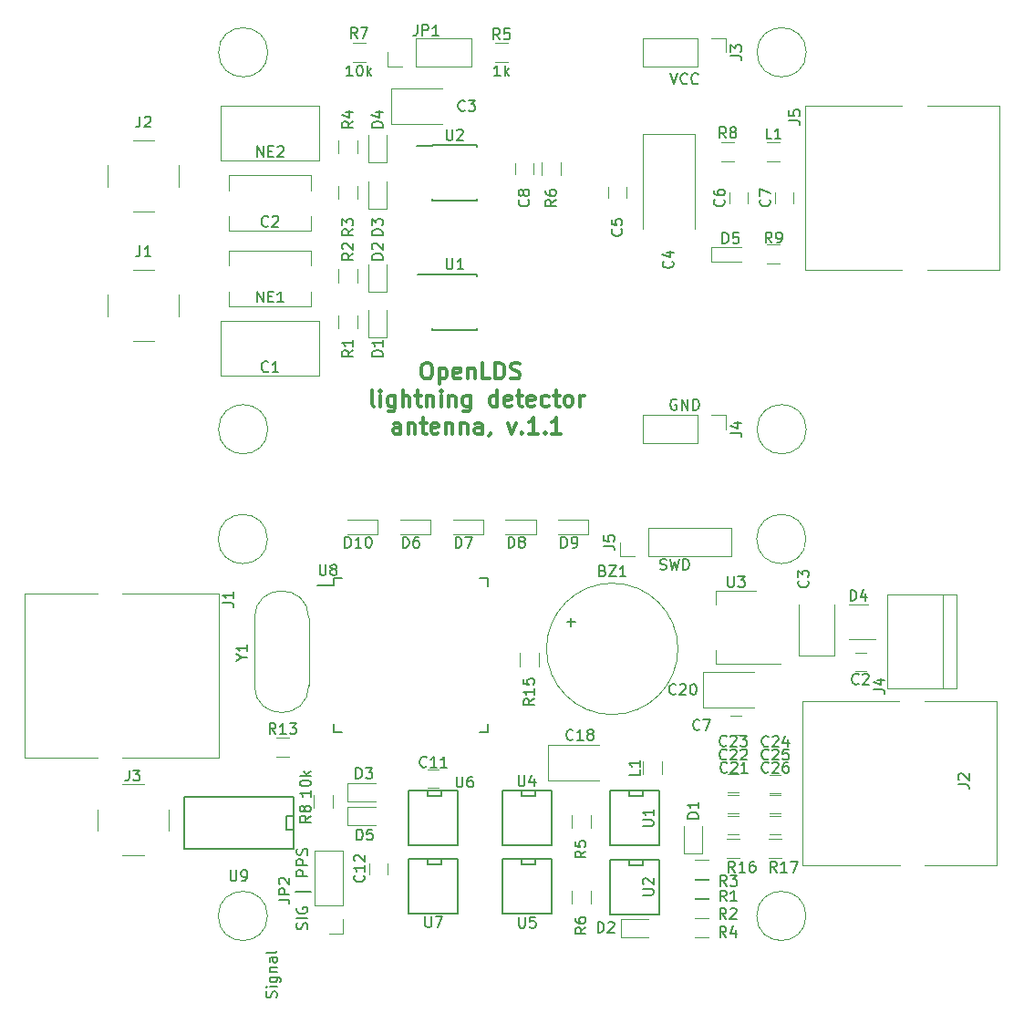
<source format=gto>
G04 #@! TF.FileFunction,Legend,Top*
%FSLAX46Y46*%
G04 Gerber Fmt 4.6, Leading zero omitted, Abs format (unit mm)*
G04 Created by KiCad (PCBNEW 4.0.7) date Wed Feb 14 18:29:33 2018*
%MOMM*%
%LPD*%
G01*
G04 APERTURE LIST*
%ADD10C,0.100000*%
%ADD11C,0.300000*%
%ADD12C,0.200000*%
%ADD13C,0.120000*%
%ADD14C,0.150000*%
G04 APERTURE END LIST*
D10*
D11*
X56733286Y-50460571D02*
X57019000Y-50460571D01*
X57161858Y-50532000D01*
X57304715Y-50674857D01*
X57376143Y-50960571D01*
X57376143Y-51460571D01*
X57304715Y-51746286D01*
X57161858Y-51889143D01*
X57019000Y-51960571D01*
X56733286Y-51960571D01*
X56590429Y-51889143D01*
X56447572Y-51746286D01*
X56376143Y-51460571D01*
X56376143Y-50960571D01*
X56447572Y-50674857D01*
X56590429Y-50532000D01*
X56733286Y-50460571D01*
X58019001Y-50960571D02*
X58019001Y-52460571D01*
X58019001Y-51032000D02*
X58161858Y-50960571D01*
X58447572Y-50960571D01*
X58590429Y-51032000D01*
X58661858Y-51103429D01*
X58733287Y-51246286D01*
X58733287Y-51674857D01*
X58661858Y-51817714D01*
X58590429Y-51889143D01*
X58447572Y-51960571D01*
X58161858Y-51960571D01*
X58019001Y-51889143D01*
X59947572Y-51889143D02*
X59804715Y-51960571D01*
X59519001Y-51960571D01*
X59376144Y-51889143D01*
X59304715Y-51746286D01*
X59304715Y-51174857D01*
X59376144Y-51032000D01*
X59519001Y-50960571D01*
X59804715Y-50960571D01*
X59947572Y-51032000D01*
X60019001Y-51174857D01*
X60019001Y-51317714D01*
X59304715Y-51460571D01*
X60661858Y-50960571D02*
X60661858Y-51960571D01*
X60661858Y-51103429D02*
X60733286Y-51032000D01*
X60876144Y-50960571D01*
X61090429Y-50960571D01*
X61233286Y-51032000D01*
X61304715Y-51174857D01*
X61304715Y-51960571D01*
X62733287Y-51960571D02*
X62019001Y-51960571D01*
X62019001Y-50460571D01*
X63233287Y-51960571D02*
X63233287Y-50460571D01*
X63590430Y-50460571D01*
X63804715Y-50532000D01*
X63947573Y-50674857D01*
X64019001Y-50817714D01*
X64090430Y-51103429D01*
X64090430Y-51317714D01*
X64019001Y-51603429D01*
X63947573Y-51746286D01*
X63804715Y-51889143D01*
X63590430Y-51960571D01*
X63233287Y-51960571D01*
X64661858Y-51889143D02*
X64876144Y-51960571D01*
X65233287Y-51960571D01*
X65376144Y-51889143D01*
X65447573Y-51817714D01*
X65519001Y-51674857D01*
X65519001Y-51532000D01*
X65447573Y-51389143D01*
X65376144Y-51317714D01*
X65233287Y-51246286D01*
X64947573Y-51174857D01*
X64804715Y-51103429D01*
X64733287Y-51032000D01*
X64661858Y-50889143D01*
X64661858Y-50746286D01*
X64733287Y-50603429D01*
X64804715Y-50532000D01*
X64947573Y-50460571D01*
X65304715Y-50460571D01*
X65519001Y-50532000D01*
X51983286Y-54510571D02*
X51840428Y-54439143D01*
X51769000Y-54296286D01*
X51769000Y-53010571D01*
X52554714Y-54510571D02*
X52554714Y-53510571D01*
X52554714Y-53010571D02*
X52483285Y-53082000D01*
X52554714Y-53153429D01*
X52626142Y-53082000D01*
X52554714Y-53010571D01*
X52554714Y-53153429D01*
X53911857Y-53510571D02*
X53911857Y-54724857D01*
X53840428Y-54867714D01*
X53769000Y-54939143D01*
X53626143Y-55010571D01*
X53411857Y-55010571D01*
X53269000Y-54939143D01*
X53911857Y-54439143D02*
X53769000Y-54510571D01*
X53483286Y-54510571D01*
X53340428Y-54439143D01*
X53269000Y-54367714D01*
X53197571Y-54224857D01*
X53197571Y-53796286D01*
X53269000Y-53653429D01*
X53340428Y-53582000D01*
X53483286Y-53510571D01*
X53769000Y-53510571D01*
X53911857Y-53582000D01*
X54626143Y-54510571D02*
X54626143Y-53010571D01*
X55269000Y-54510571D02*
X55269000Y-53724857D01*
X55197571Y-53582000D01*
X55054714Y-53510571D01*
X54840429Y-53510571D01*
X54697571Y-53582000D01*
X54626143Y-53653429D01*
X55769000Y-53510571D02*
X56340429Y-53510571D01*
X55983286Y-53010571D02*
X55983286Y-54296286D01*
X56054714Y-54439143D01*
X56197572Y-54510571D01*
X56340429Y-54510571D01*
X56840429Y-53510571D02*
X56840429Y-54510571D01*
X56840429Y-53653429D02*
X56911857Y-53582000D01*
X57054715Y-53510571D01*
X57269000Y-53510571D01*
X57411857Y-53582000D01*
X57483286Y-53724857D01*
X57483286Y-54510571D01*
X58197572Y-54510571D02*
X58197572Y-53510571D01*
X58197572Y-53010571D02*
X58126143Y-53082000D01*
X58197572Y-53153429D01*
X58269000Y-53082000D01*
X58197572Y-53010571D01*
X58197572Y-53153429D01*
X58911858Y-53510571D02*
X58911858Y-54510571D01*
X58911858Y-53653429D02*
X58983286Y-53582000D01*
X59126144Y-53510571D01*
X59340429Y-53510571D01*
X59483286Y-53582000D01*
X59554715Y-53724857D01*
X59554715Y-54510571D01*
X60911858Y-53510571D02*
X60911858Y-54724857D01*
X60840429Y-54867714D01*
X60769001Y-54939143D01*
X60626144Y-55010571D01*
X60411858Y-55010571D01*
X60269001Y-54939143D01*
X60911858Y-54439143D02*
X60769001Y-54510571D01*
X60483287Y-54510571D01*
X60340429Y-54439143D01*
X60269001Y-54367714D01*
X60197572Y-54224857D01*
X60197572Y-53796286D01*
X60269001Y-53653429D01*
X60340429Y-53582000D01*
X60483287Y-53510571D01*
X60769001Y-53510571D01*
X60911858Y-53582000D01*
X63411858Y-54510571D02*
X63411858Y-53010571D01*
X63411858Y-54439143D02*
X63269001Y-54510571D01*
X62983287Y-54510571D01*
X62840429Y-54439143D01*
X62769001Y-54367714D01*
X62697572Y-54224857D01*
X62697572Y-53796286D01*
X62769001Y-53653429D01*
X62840429Y-53582000D01*
X62983287Y-53510571D01*
X63269001Y-53510571D01*
X63411858Y-53582000D01*
X64697572Y-54439143D02*
X64554715Y-54510571D01*
X64269001Y-54510571D01*
X64126144Y-54439143D01*
X64054715Y-54296286D01*
X64054715Y-53724857D01*
X64126144Y-53582000D01*
X64269001Y-53510571D01*
X64554715Y-53510571D01*
X64697572Y-53582000D01*
X64769001Y-53724857D01*
X64769001Y-53867714D01*
X64054715Y-54010571D01*
X65197572Y-53510571D02*
X65769001Y-53510571D01*
X65411858Y-53010571D02*
X65411858Y-54296286D01*
X65483286Y-54439143D01*
X65626144Y-54510571D01*
X65769001Y-54510571D01*
X66840429Y-54439143D02*
X66697572Y-54510571D01*
X66411858Y-54510571D01*
X66269001Y-54439143D01*
X66197572Y-54296286D01*
X66197572Y-53724857D01*
X66269001Y-53582000D01*
X66411858Y-53510571D01*
X66697572Y-53510571D01*
X66840429Y-53582000D01*
X66911858Y-53724857D01*
X66911858Y-53867714D01*
X66197572Y-54010571D01*
X68197572Y-54439143D02*
X68054715Y-54510571D01*
X67769001Y-54510571D01*
X67626143Y-54439143D01*
X67554715Y-54367714D01*
X67483286Y-54224857D01*
X67483286Y-53796286D01*
X67554715Y-53653429D01*
X67626143Y-53582000D01*
X67769001Y-53510571D01*
X68054715Y-53510571D01*
X68197572Y-53582000D01*
X68626143Y-53510571D02*
X69197572Y-53510571D01*
X68840429Y-53010571D02*
X68840429Y-54296286D01*
X68911857Y-54439143D01*
X69054715Y-54510571D01*
X69197572Y-54510571D01*
X69911858Y-54510571D02*
X69769000Y-54439143D01*
X69697572Y-54367714D01*
X69626143Y-54224857D01*
X69626143Y-53796286D01*
X69697572Y-53653429D01*
X69769000Y-53582000D01*
X69911858Y-53510571D01*
X70126143Y-53510571D01*
X70269000Y-53582000D01*
X70340429Y-53653429D01*
X70411858Y-53796286D01*
X70411858Y-54224857D01*
X70340429Y-54367714D01*
X70269000Y-54439143D01*
X70126143Y-54510571D01*
X69911858Y-54510571D01*
X71054715Y-54510571D02*
X71054715Y-53510571D01*
X71054715Y-53796286D02*
X71126143Y-53653429D01*
X71197572Y-53582000D01*
X71340429Y-53510571D01*
X71483286Y-53510571D01*
X54411857Y-57060571D02*
X54411857Y-56274857D01*
X54340428Y-56132000D01*
X54197571Y-56060571D01*
X53911857Y-56060571D01*
X53769000Y-56132000D01*
X54411857Y-56989143D02*
X54269000Y-57060571D01*
X53911857Y-57060571D01*
X53769000Y-56989143D01*
X53697571Y-56846286D01*
X53697571Y-56703429D01*
X53769000Y-56560571D01*
X53911857Y-56489143D01*
X54269000Y-56489143D01*
X54411857Y-56417714D01*
X55126143Y-56060571D02*
X55126143Y-57060571D01*
X55126143Y-56203429D02*
X55197571Y-56132000D01*
X55340429Y-56060571D01*
X55554714Y-56060571D01*
X55697571Y-56132000D01*
X55769000Y-56274857D01*
X55769000Y-57060571D01*
X56269000Y-56060571D02*
X56840429Y-56060571D01*
X56483286Y-55560571D02*
X56483286Y-56846286D01*
X56554714Y-56989143D01*
X56697572Y-57060571D01*
X56840429Y-57060571D01*
X57911857Y-56989143D02*
X57769000Y-57060571D01*
X57483286Y-57060571D01*
X57340429Y-56989143D01*
X57269000Y-56846286D01*
X57269000Y-56274857D01*
X57340429Y-56132000D01*
X57483286Y-56060571D01*
X57769000Y-56060571D01*
X57911857Y-56132000D01*
X57983286Y-56274857D01*
X57983286Y-56417714D01*
X57269000Y-56560571D01*
X58626143Y-56060571D02*
X58626143Y-57060571D01*
X58626143Y-56203429D02*
X58697571Y-56132000D01*
X58840429Y-56060571D01*
X59054714Y-56060571D01*
X59197571Y-56132000D01*
X59269000Y-56274857D01*
X59269000Y-57060571D01*
X59983286Y-56060571D02*
X59983286Y-57060571D01*
X59983286Y-56203429D02*
X60054714Y-56132000D01*
X60197572Y-56060571D01*
X60411857Y-56060571D01*
X60554714Y-56132000D01*
X60626143Y-56274857D01*
X60626143Y-57060571D01*
X61983286Y-57060571D02*
X61983286Y-56274857D01*
X61911857Y-56132000D01*
X61769000Y-56060571D01*
X61483286Y-56060571D01*
X61340429Y-56132000D01*
X61983286Y-56989143D02*
X61840429Y-57060571D01*
X61483286Y-57060571D01*
X61340429Y-56989143D01*
X61269000Y-56846286D01*
X61269000Y-56703429D01*
X61340429Y-56560571D01*
X61483286Y-56489143D01*
X61840429Y-56489143D01*
X61983286Y-56417714D01*
X62769000Y-56989143D02*
X62769000Y-57060571D01*
X62697572Y-57203429D01*
X62626143Y-57274857D01*
X64411858Y-56060571D02*
X64769001Y-57060571D01*
X65126143Y-56060571D01*
X65697572Y-56917714D02*
X65769000Y-56989143D01*
X65697572Y-57060571D01*
X65626143Y-56989143D01*
X65697572Y-56917714D01*
X65697572Y-57060571D01*
X67197572Y-57060571D02*
X66340429Y-57060571D01*
X66769001Y-57060571D02*
X66769001Y-55560571D01*
X66626144Y-55774857D01*
X66483286Y-55917714D01*
X66340429Y-55989143D01*
X67840429Y-56917714D02*
X67911857Y-56989143D01*
X67840429Y-57060571D01*
X67769000Y-56989143D01*
X67840429Y-56917714D01*
X67840429Y-57060571D01*
X69340429Y-57060571D02*
X68483286Y-57060571D01*
X68911858Y-57060571D02*
X68911858Y-55560571D01*
X68769001Y-55774857D01*
X68626143Y-55917714D01*
X68483286Y-55989143D01*
D12*
X45732762Y-103076595D02*
X45780381Y-102933738D01*
X45780381Y-102695642D01*
X45732762Y-102600404D01*
X45685143Y-102552785D01*
X45589905Y-102505166D01*
X45494667Y-102505166D01*
X45399429Y-102552785D01*
X45351810Y-102600404D01*
X45304190Y-102695642D01*
X45256571Y-102886119D01*
X45208952Y-102981357D01*
X45161333Y-103028976D01*
X45066095Y-103076595D01*
X44970857Y-103076595D01*
X44875619Y-103028976D01*
X44828000Y-102981357D01*
X44780381Y-102886119D01*
X44780381Y-102648023D01*
X44828000Y-102505166D01*
X45780381Y-102076595D02*
X44780381Y-102076595D01*
X44828000Y-101076595D02*
X44780381Y-101171833D01*
X44780381Y-101314690D01*
X44828000Y-101457548D01*
X44923238Y-101552786D01*
X45018476Y-101600405D01*
X45208952Y-101648024D01*
X45351810Y-101648024D01*
X45542286Y-101600405D01*
X45637524Y-101552786D01*
X45732762Y-101457548D01*
X45780381Y-101314690D01*
X45780381Y-101219452D01*
X45732762Y-101076595D01*
X45685143Y-101028976D01*
X45351810Y-101028976D01*
X45351810Y-101219452D01*
X46113714Y-99600405D02*
X44685143Y-99600405D01*
X45780381Y-98124214D02*
X44780381Y-98124214D01*
X44780381Y-97743261D01*
X44828000Y-97648023D01*
X44875619Y-97600404D01*
X44970857Y-97552785D01*
X45113714Y-97552785D01*
X45208952Y-97600404D01*
X45256571Y-97648023D01*
X45304190Y-97743261D01*
X45304190Y-98124214D01*
X45780381Y-97124214D02*
X44780381Y-97124214D01*
X44780381Y-96743261D01*
X44828000Y-96648023D01*
X44875619Y-96600404D01*
X44970857Y-96552785D01*
X45113714Y-96552785D01*
X45208952Y-96600404D01*
X45256571Y-96648023D01*
X45304190Y-96743261D01*
X45304190Y-97124214D01*
X45732762Y-96171833D02*
X45780381Y-96028976D01*
X45780381Y-95790880D01*
X45732762Y-95695642D01*
X45685143Y-95648023D01*
X45589905Y-95600404D01*
X45494667Y-95600404D01*
X45399429Y-95648023D01*
X45351810Y-95695642D01*
X45304190Y-95790880D01*
X45256571Y-95981357D01*
X45208952Y-96076595D01*
X45161333Y-96124214D01*
X45066095Y-96171833D01*
X44970857Y-96171833D01*
X44875619Y-96124214D01*
X44828000Y-96076595D01*
X44780381Y-95981357D01*
X44780381Y-95743261D01*
X44828000Y-95600404D01*
X42892762Y-109418357D02*
X42940381Y-109275500D01*
X42940381Y-109037404D01*
X42892762Y-108942166D01*
X42845143Y-108894547D01*
X42749905Y-108846928D01*
X42654667Y-108846928D01*
X42559429Y-108894547D01*
X42511810Y-108942166D01*
X42464190Y-109037404D01*
X42416571Y-109227881D01*
X42368952Y-109323119D01*
X42321333Y-109370738D01*
X42226095Y-109418357D01*
X42130857Y-109418357D01*
X42035619Y-109370738D01*
X41988000Y-109323119D01*
X41940381Y-109227881D01*
X41940381Y-108989785D01*
X41988000Y-108846928D01*
X42940381Y-108418357D02*
X42273714Y-108418357D01*
X41940381Y-108418357D02*
X41988000Y-108465976D01*
X42035619Y-108418357D01*
X41988000Y-108370738D01*
X41940381Y-108418357D01*
X42035619Y-108418357D01*
X42273714Y-107513595D02*
X43083238Y-107513595D01*
X43178476Y-107561214D01*
X43226095Y-107608833D01*
X43273714Y-107704072D01*
X43273714Y-107846929D01*
X43226095Y-107942167D01*
X42892762Y-107513595D02*
X42940381Y-107608833D01*
X42940381Y-107799310D01*
X42892762Y-107894548D01*
X42845143Y-107942167D01*
X42749905Y-107989786D01*
X42464190Y-107989786D01*
X42368952Y-107942167D01*
X42321333Y-107894548D01*
X42273714Y-107799310D01*
X42273714Y-107608833D01*
X42321333Y-107513595D01*
X42273714Y-107037405D02*
X42940381Y-107037405D01*
X42368952Y-107037405D02*
X42321333Y-106989786D01*
X42273714Y-106894548D01*
X42273714Y-106751690D01*
X42321333Y-106656452D01*
X42416571Y-106608833D01*
X42940381Y-106608833D01*
X42940381Y-105704071D02*
X42416571Y-105704071D01*
X42321333Y-105751690D01*
X42273714Y-105846928D01*
X42273714Y-106037405D01*
X42321333Y-106132643D01*
X42892762Y-105704071D02*
X42940381Y-105799309D01*
X42940381Y-106037405D01*
X42892762Y-106132643D01*
X42797524Y-106180262D01*
X42702286Y-106180262D01*
X42607048Y-106132643D01*
X42559429Y-106037405D01*
X42559429Y-105799309D01*
X42511810Y-105704071D01*
X42940381Y-105085024D02*
X42892762Y-105180262D01*
X42797524Y-105227881D01*
X41940381Y-105227881D01*
D13*
X92095000Y-56642000D02*
G75*
G03X92095000Y-56642000I-2286000J0D01*
G01*
X92095000Y-21642000D02*
G75*
G03X92095000Y-21642000I-2286000J0D01*
G01*
X42095000Y-56642000D02*
G75*
G03X42095000Y-56642000I-2286000J0D01*
G01*
X46119000Y-45202000D02*
X38499000Y-45202000D01*
X46119000Y-40082000D02*
X38499000Y-40082000D01*
X46119000Y-45202000D02*
X46119000Y-43837000D01*
X46119000Y-41447000D02*
X46119000Y-40082000D01*
X38499000Y-45202000D02*
X38499000Y-43837000D01*
X38499000Y-41447000D02*
X38499000Y-40082000D01*
X46119000Y-38202000D02*
X38499000Y-38202000D01*
X46119000Y-33082000D02*
X38499000Y-33082000D01*
X46119000Y-38202000D02*
X46119000Y-36837000D01*
X46119000Y-34447000D02*
X46119000Y-33082000D01*
X38499000Y-38202000D02*
X38499000Y-36837000D01*
X38499000Y-34447000D02*
X38499000Y-33082000D01*
X53559000Y-24992000D02*
X58309000Y-24992000D01*
X53559000Y-28292000D02*
X58309000Y-28292000D01*
X53559000Y-24992000D02*
X53559000Y-28292000D01*
X81709000Y-29242000D02*
X81709000Y-38042000D01*
X76909000Y-29242000D02*
X76909000Y-38042000D01*
X81709000Y-29242000D02*
X76909000Y-29242000D01*
X75409000Y-35142000D02*
X75409000Y-34142000D01*
X73709000Y-34142000D02*
X73709000Y-35142000D01*
X86659000Y-35642000D02*
X86659000Y-34642000D01*
X84959000Y-34642000D02*
X84959000Y-35642000D01*
X90909000Y-35642000D02*
X90909000Y-34642000D01*
X89209000Y-34642000D02*
X89209000Y-35642000D01*
X66769000Y-32922000D02*
X66769000Y-31922000D01*
X65069000Y-31922000D02*
X65069000Y-32922000D01*
X51459000Y-48142000D02*
X53159000Y-48142000D01*
X53159000Y-48142000D02*
X53159000Y-45592000D01*
X51459000Y-48142000D02*
X51459000Y-45592000D01*
X51459000Y-43892000D02*
X53159000Y-43892000D01*
X53159000Y-43892000D02*
X53159000Y-41342000D01*
X51459000Y-43892000D02*
X51459000Y-41342000D01*
X51459000Y-36142000D02*
X53159000Y-36142000D01*
X53159000Y-36142000D02*
X53159000Y-33592000D01*
X51459000Y-36142000D02*
X51459000Y-33592000D01*
X51459000Y-31892000D02*
X53159000Y-31892000D01*
X53159000Y-31892000D02*
X53159000Y-29342000D01*
X51459000Y-31892000D02*
X51459000Y-29342000D01*
X83259000Y-39692000D02*
X83259000Y-41092000D01*
X83259000Y-41092000D02*
X86059000Y-41092000D01*
X83259000Y-39692000D02*
X86059000Y-39692000D01*
X29559000Y-41842000D02*
X31559000Y-41842000D01*
X29559000Y-48442000D02*
X31559000Y-48442000D01*
X33859000Y-44142000D02*
X33859000Y-46142000D01*
X27259000Y-44142000D02*
X27259000Y-46142000D01*
X29559000Y-29842000D02*
X31559000Y-29842000D01*
X29559000Y-36442000D02*
X31559000Y-36442000D01*
X33859000Y-32142000D02*
X33859000Y-34142000D01*
X27259000Y-32142000D02*
X27259000Y-34142000D01*
X82039000Y-20312000D02*
X76899000Y-20312000D01*
X76899000Y-20312000D02*
X76899000Y-22972000D01*
X76899000Y-22972000D02*
X82039000Y-22972000D01*
X82039000Y-22972000D02*
X82039000Y-20312000D01*
X83309000Y-20312000D02*
X84639000Y-20312000D01*
X84639000Y-20312000D02*
X84639000Y-21642000D01*
X82039000Y-55312000D02*
X76899000Y-55312000D01*
X76899000Y-55312000D02*
X76899000Y-57972000D01*
X76899000Y-57972000D02*
X82039000Y-57972000D01*
X82039000Y-57972000D02*
X82039000Y-55312000D01*
X83309000Y-55312000D02*
X84639000Y-55312000D01*
X84639000Y-55312000D02*
X84639000Y-56642000D01*
X110029000Y-41812000D02*
X110029000Y-26572000D01*
X91999000Y-26572000D02*
X100989000Y-26582000D01*
X91999000Y-26572000D02*
X91999000Y-41812000D01*
X91999000Y-41812000D02*
X100999000Y-41812000D01*
X103329000Y-26582000D02*
X110029000Y-26572000D01*
X103319000Y-41812000D02*
X110029000Y-41812000D01*
X55829000Y-22972000D02*
X60969000Y-22972000D01*
X60969000Y-22972000D02*
X60969000Y-20312000D01*
X60969000Y-20312000D02*
X55829000Y-20312000D01*
X55829000Y-20312000D02*
X55829000Y-22972000D01*
X54559000Y-22972000D02*
X53229000Y-22972000D01*
X53229000Y-22972000D02*
X53229000Y-21642000D01*
X89659000Y-31772000D02*
X88459000Y-31772000D01*
X88459000Y-30012000D02*
X89659000Y-30012000D01*
X37749000Y-46582000D02*
X46869000Y-46582000D01*
X37749000Y-51702000D02*
X46869000Y-51702000D01*
X37749000Y-46582000D02*
X37749000Y-51702000D01*
X46869000Y-46582000D02*
X46869000Y-51702000D01*
X37749000Y-26582000D02*
X46869000Y-26582000D01*
X37749000Y-31702000D02*
X46869000Y-31702000D01*
X37749000Y-26582000D02*
X37749000Y-31702000D01*
X46869000Y-26582000D02*
X46869000Y-31702000D01*
X50439000Y-46042000D02*
X50439000Y-47242000D01*
X48679000Y-47242000D02*
X48679000Y-46042000D01*
X50439000Y-41792000D02*
X50439000Y-42992000D01*
X48679000Y-42992000D02*
X48679000Y-41792000D01*
X50439000Y-34042000D02*
X50439000Y-35242000D01*
X48679000Y-35242000D02*
X48679000Y-34042000D01*
X50439000Y-29792000D02*
X50439000Y-30992000D01*
X48679000Y-30992000D02*
X48679000Y-29792000D01*
X64409000Y-22522000D02*
X63209000Y-22522000D01*
X63209000Y-20762000D02*
X64409000Y-20762000D01*
X67539000Y-33022000D02*
X67539000Y-31822000D01*
X69299000Y-31822000D02*
X69299000Y-33022000D01*
X49959000Y-20762000D02*
X51159000Y-20762000D01*
X51159000Y-22522000D02*
X49959000Y-22522000D01*
X84209000Y-30012000D02*
X85409000Y-30012000D01*
X85409000Y-31772000D02*
X84209000Y-31772000D01*
X88459000Y-39512000D02*
X89659000Y-39512000D01*
X89659000Y-41272000D02*
X88459000Y-41272000D01*
X42095000Y-21642000D02*
G75*
G03X42095000Y-21642000I-2286000J0D01*
G01*
D14*
X57384000Y-42257000D02*
X57384000Y-42307000D01*
X61534000Y-42257000D02*
X61534000Y-42402000D01*
X61534000Y-47407000D02*
X61534000Y-47262000D01*
X57384000Y-47407000D02*
X57384000Y-47262000D01*
X57384000Y-42257000D02*
X61534000Y-42257000D01*
X57384000Y-47407000D02*
X61534000Y-47407000D01*
X57384000Y-42307000D02*
X55984000Y-42307000D01*
X57364000Y-30267000D02*
X57364000Y-30317000D01*
X61514000Y-30267000D02*
X61514000Y-30412000D01*
X61514000Y-35417000D02*
X61514000Y-35272000D01*
X57364000Y-35417000D02*
X57364000Y-35272000D01*
X57364000Y-30267000D02*
X61514000Y-30267000D01*
X57364000Y-35417000D02*
X61514000Y-35417000D01*
X57364000Y-30317000D02*
X55964000Y-30317000D01*
D13*
X82978000Y-103818500D02*
X81778000Y-103818500D01*
X81778000Y-102058500D02*
X82978000Y-102058500D01*
D14*
X48253000Y-70488500D02*
X48253000Y-71138500D01*
X62503000Y-70488500D02*
X62503000Y-71248500D01*
X62503000Y-84738500D02*
X62503000Y-83978500D01*
X48253000Y-84738500D02*
X48253000Y-83978500D01*
X48253000Y-70488500D02*
X49013000Y-70488500D01*
X48253000Y-84738500D02*
X49013000Y-84738500D01*
X62503000Y-84738500D02*
X61743000Y-84738500D01*
X62503000Y-70488500D02*
X61743000Y-70488500D01*
X48253000Y-71138500D02*
X46728000Y-71138500D01*
D13*
X92064000Y-101838500D02*
G75*
G03X92064000Y-101838500I-2286000J0D01*
G01*
X42064000Y-101838500D02*
G75*
G03X42064000Y-101838500I-2286000J0D01*
G01*
X92064000Y-66838500D02*
G75*
G03X92064000Y-66838500I-2286000J0D01*
G01*
X80178000Y-77038500D02*
G75*
G03X80178000Y-77038500I-6100000J0D01*
G01*
X96628000Y-79088500D02*
X97628000Y-79088500D01*
X97628000Y-77388500D02*
X96628000Y-77388500D01*
X91428000Y-77638500D02*
X91428000Y-72888500D01*
X94728000Y-77638500D02*
X94728000Y-72888500D01*
X91428000Y-77638500D02*
X94728000Y-77638500D01*
X86078000Y-83288500D02*
X85078000Y-83288500D01*
X85078000Y-84988500D02*
X86078000Y-84988500D01*
X57978000Y-88238500D02*
X56978000Y-88238500D01*
X56978000Y-89938500D02*
X57978000Y-89938500D01*
X51528000Y-96938500D02*
X51528000Y-97938500D01*
X53228000Y-97938500D02*
X53228000Y-96938500D01*
X68118000Y-85938500D02*
X72868000Y-85938500D01*
X68118000Y-89238500D02*
X72868000Y-89238500D01*
X68118000Y-85938500D02*
X68118000Y-89238500D01*
X82478000Y-79188500D02*
X87228000Y-79188500D01*
X82478000Y-82488500D02*
X87228000Y-82488500D01*
X82478000Y-79188500D02*
X82478000Y-82488500D01*
X80728000Y-96038500D02*
X82428000Y-96038500D01*
X82428000Y-96038500D02*
X82428000Y-93488500D01*
X80728000Y-96038500D02*
X80728000Y-93488500D01*
X74878000Y-102138500D02*
X74878000Y-103838500D01*
X74878000Y-103838500D02*
X77428000Y-103838500D01*
X74878000Y-102138500D02*
X77428000Y-102138500D01*
X49528000Y-89488500D02*
X49528000Y-91188500D01*
X49528000Y-91188500D02*
X52078000Y-91188500D01*
X49528000Y-89488500D02*
X52078000Y-89488500D01*
X97828000Y-72878500D02*
X96028000Y-72878500D01*
X96028000Y-76098500D02*
X98478000Y-76098500D01*
X49528000Y-91738500D02*
X49528000Y-93438500D01*
X49528000Y-93438500D02*
X52078000Y-93438500D01*
X49528000Y-91738500D02*
X52078000Y-91738500D01*
X57178000Y-66438500D02*
X57178000Y-65038500D01*
X57178000Y-65038500D02*
X54378000Y-65038500D01*
X57178000Y-66438500D02*
X54378000Y-66438500D01*
X62078000Y-66438500D02*
X62078000Y-65038500D01*
X62078000Y-65038500D02*
X59278000Y-65038500D01*
X62078000Y-66438500D02*
X59278000Y-66438500D01*
X66978000Y-66438500D02*
X66978000Y-65038500D01*
X66978000Y-65038500D02*
X64178000Y-65038500D01*
X66978000Y-66438500D02*
X64178000Y-66438500D01*
X71878000Y-66438500D02*
X71878000Y-65038500D01*
X71878000Y-65038500D02*
X69078000Y-65038500D01*
X71878000Y-66438500D02*
X69078000Y-66438500D01*
X52278000Y-66438500D02*
X52278000Y-65038500D01*
X52278000Y-65038500D02*
X49478000Y-65038500D01*
X52278000Y-66438500D02*
X49478000Y-66438500D01*
X19558000Y-71918500D02*
X19558000Y-87158500D01*
X37588000Y-87158500D02*
X28598000Y-87148500D01*
X37588000Y-87158500D02*
X37588000Y-71918500D01*
X37588000Y-71918500D02*
X28588000Y-71918500D01*
X26258000Y-87148500D02*
X19558000Y-87158500D01*
X26268000Y-71918500D02*
X19558000Y-71918500D01*
X77448000Y-68468500D02*
X85128000Y-68468500D01*
X85128000Y-68468500D02*
X85128000Y-65808500D01*
X85128000Y-65808500D02*
X77448000Y-65808500D01*
X77448000Y-65808500D02*
X77448000Y-68468500D01*
X76178000Y-68468500D02*
X74848000Y-68468500D01*
X74848000Y-68468500D02*
X74848000Y-67138500D01*
X78708000Y-87488500D02*
X78708000Y-88688500D01*
X76948000Y-88688500D02*
X76948000Y-87488500D01*
X82978000Y-100218500D02*
X81778000Y-100218500D01*
X81778000Y-98458500D02*
X82978000Y-98458500D01*
X82978000Y-102018500D02*
X81778000Y-102018500D01*
X81778000Y-100258500D02*
X82978000Y-100258500D01*
X82978000Y-98418500D02*
X81778000Y-98418500D01*
X81778000Y-96658500D02*
X82978000Y-96658500D01*
X72058000Y-92438500D02*
X72058000Y-93638500D01*
X70298000Y-93638500D02*
X70298000Y-92438500D01*
X72058000Y-99488500D02*
X72058000Y-100688500D01*
X70298000Y-100688500D02*
X70298000Y-99488500D01*
X48158000Y-90638500D02*
X48158000Y-91838500D01*
X46398000Y-91838500D02*
X46398000Y-90638500D01*
X44078000Y-87018500D02*
X42878000Y-87018500D01*
X42878000Y-85258500D02*
X44078000Y-85258500D01*
X67258000Y-77438500D02*
X67258000Y-78638500D01*
X65498000Y-78638500D02*
X65498000Y-77438500D01*
X83668000Y-71628500D02*
X83668000Y-72888500D01*
X83668000Y-78448500D02*
X83668000Y-77188500D01*
X87428000Y-71628500D02*
X83668000Y-71628500D01*
X89678000Y-78448500D02*
X83668000Y-78448500D01*
X45903000Y-74178500D02*
X45903000Y-80428500D01*
X40853000Y-74178500D02*
X40853000Y-80428500D01*
X40853000Y-74178500D02*
G75*
G02X45903000Y-74178500I2525000J0D01*
G01*
X40853000Y-80428500D02*
G75*
G03X45903000Y-80428500I2525000J0D01*
G01*
X42064000Y-66838500D02*
G75*
G03X42064000Y-66838500I-2286000J0D01*
G01*
X84828000Y-94288500D02*
X85828000Y-94288500D01*
X85828000Y-92588500D02*
X84828000Y-92588500D01*
X84828000Y-92338500D02*
X85828000Y-92338500D01*
X85828000Y-90638500D02*
X84828000Y-90638500D01*
X84828000Y-90388500D02*
X85828000Y-90388500D01*
X85828000Y-88688500D02*
X84828000Y-88688500D01*
X89728000Y-88738500D02*
X88728000Y-88738500D01*
X88728000Y-90438500D02*
X89728000Y-90438500D01*
X89728000Y-90638500D02*
X88728000Y-90638500D01*
X88728000Y-92338500D02*
X89728000Y-92338500D01*
X89728000Y-92588500D02*
X88728000Y-92588500D01*
X88728000Y-94288500D02*
X89728000Y-94288500D01*
X109787500Y-97150000D02*
X109787500Y-81910000D01*
X91757500Y-81910000D02*
X100747500Y-81920000D01*
X91757500Y-81910000D02*
X91757500Y-97150000D01*
X91757500Y-97150000D02*
X100757500Y-97150000D01*
X103087500Y-81920000D02*
X109787500Y-81910000D01*
X103077500Y-97150000D02*
X109787500Y-97150000D01*
X106008000Y-80688500D02*
X106008000Y-71988500D01*
X99598000Y-80688500D02*
X99598000Y-71988500D01*
X99598000Y-71988500D02*
X106008000Y-71988500D01*
X104778000Y-71988500D02*
X104778000Y-80688500D01*
X106008000Y-80688500D02*
X99598000Y-80688500D01*
X84728000Y-94708500D02*
X85928000Y-94708500D01*
X85928000Y-96468500D02*
X84728000Y-96468500D01*
X88628000Y-94708500D02*
X89828000Y-94708500D01*
X89828000Y-96468500D02*
X88628000Y-96468500D01*
X28578000Y-89638500D02*
X30578000Y-89638500D01*
X28578000Y-96238500D02*
X30578000Y-96238500D01*
X32878000Y-91938500D02*
X32878000Y-93938500D01*
X26278000Y-91938500D02*
X26278000Y-93938500D01*
D14*
X34298000Y-95624500D02*
X34298000Y-90798500D01*
X34298000Y-90798500D02*
X44458000Y-90798500D01*
X44458000Y-90798500D02*
X44458000Y-95624500D01*
X44458000Y-95624500D02*
X34298000Y-95624500D01*
X44458000Y-93846500D02*
X43823000Y-93846500D01*
X43823000Y-93846500D02*
X43823000Y-92576500D01*
X43823000Y-92576500D02*
X44458000Y-92576500D01*
D13*
X49088000Y-100888500D02*
X49088000Y-95748500D01*
X49088000Y-95748500D02*
X46428000Y-95748500D01*
X46428000Y-95748500D02*
X46428000Y-100888500D01*
X46428000Y-100888500D02*
X49088000Y-100888500D01*
X49088000Y-102158500D02*
X49088000Y-103488500D01*
X49088000Y-103488500D02*
X47758000Y-103488500D01*
D14*
X78464000Y-96598500D02*
X78464000Y-101678500D01*
X78464000Y-101678500D02*
X73892000Y-101678500D01*
X73892000Y-101678500D02*
X73892000Y-96598500D01*
X73892000Y-96598500D02*
X78464000Y-96598500D01*
X76940000Y-96598500D02*
X76940000Y-97106500D01*
X76940000Y-97106500D02*
X75670000Y-97106500D01*
X75670000Y-97106500D02*
X75670000Y-96598500D01*
X68414000Y-90198500D02*
X68414000Y-95278500D01*
X68414000Y-95278500D02*
X63842000Y-95278500D01*
X63842000Y-95278500D02*
X63842000Y-90198500D01*
X63842000Y-90198500D02*
X68414000Y-90198500D01*
X66890000Y-90198500D02*
X66890000Y-90706500D01*
X66890000Y-90706500D02*
X65620000Y-90706500D01*
X65620000Y-90706500D02*
X65620000Y-90198500D01*
X68414000Y-96548500D02*
X68414000Y-101628500D01*
X68414000Y-101628500D02*
X63842000Y-101628500D01*
X63842000Y-101628500D02*
X63842000Y-96548500D01*
X63842000Y-96548500D02*
X68414000Y-96548500D01*
X66890000Y-96548500D02*
X66890000Y-97056500D01*
X66890000Y-97056500D02*
X65620000Y-97056500D01*
X65620000Y-97056500D02*
X65620000Y-96548500D01*
X59764000Y-90198500D02*
X59764000Y-95278500D01*
X59764000Y-95278500D02*
X55192000Y-95278500D01*
X55192000Y-95278500D02*
X55192000Y-90198500D01*
X55192000Y-90198500D02*
X59764000Y-90198500D01*
X58240000Y-90198500D02*
X58240000Y-90706500D01*
X58240000Y-90706500D02*
X56970000Y-90706500D01*
X56970000Y-90706500D02*
X56970000Y-90198500D01*
X59764000Y-96548500D02*
X59764000Y-101628500D01*
X59764000Y-101628500D02*
X55192000Y-101628500D01*
X55192000Y-101628500D02*
X55192000Y-96548500D01*
X55192000Y-96548500D02*
X59764000Y-96548500D01*
X58240000Y-96548500D02*
X58240000Y-97056500D01*
X58240000Y-97056500D02*
X56970000Y-97056500D01*
X56970000Y-97056500D02*
X56970000Y-96548500D01*
X78464000Y-90198500D02*
X78464000Y-95278500D01*
X78464000Y-95278500D02*
X73892000Y-95278500D01*
X73892000Y-95278500D02*
X73892000Y-90198500D01*
X73892000Y-90198500D02*
X78464000Y-90198500D01*
X76940000Y-90198500D02*
X76940000Y-90706500D01*
X76940000Y-90706500D02*
X75670000Y-90706500D01*
X75670000Y-90706500D02*
X75670000Y-90198500D01*
X42142334Y-51249143D02*
X42094715Y-51296762D01*
X41951858Y-51344381D01*
X41856620Y-51344381D01*
X41713762Y-51296762D01*
X41618524Y-51201524D01*
X41570905Y-51106286D01*
X41523286Y-50915810D01*
X41523286Y-50772952D01*
X41570905Y-50582476D01*
X41618524Y-50487238D01*
X41713762Y-50392000D01*
X41856620Y-50344381D01*
X41951858Y-50344381D01*
X42094715Y-50392000D01*
X42142334Y-50439619D01*
X43094715Y-51344381D02*
X42523286Y-51344381D01*
X42809000Y-51344381D02*
X42809000Y-50344381D01*
X42713762Y-50487238D01*
X42618524Y-50582476D01*
X42523286Y-50630095D01*
X42142334Y-37749143D02*
X42094715Y-37796762D01*
X41951858Y-37844381D01*
X41856620Y-37844381D01*
X41713762Y-37796762D01*
X41618524Y-37701524D01*
X41570905Y-37606286D01*
X41523286Y-37415810D01*
X41523286Y-37272952D01*
X41570905Y-37082476D01*
X41618524Y-36987238D01*
X41713762Y-36892000D01*
X41856620Y-36844381D01*
X41951858Y-36844381D01*
X42094715Y-36892000D01*
X42142334Y-36939619D01*
X42523286Y-36939619D02*
X42570905Y-36892000D01*
X42666143Y-36844381D01*
X42904239Y-36844381D01*
X42999477Y-36892000D01*
X43047096Y-36939619D01*
X43094715Y-37034857D01*
X43094715Y-37130095D01*
X43047096Y-37272952D01*
X42475667Y-37844381D01*
X43094715Y-37844381D01*
X60392334Y-26999143D02*
X60344715Y-27046762D01*
X60201858Y-27094381D01*
X60106620Y-27094381D01*
X59963762Y-27046762D01*
X59868524Y-26951524D01*
X59820905Y-26856286D01*
X59773286Y-26665810D01*
X59773286Y-26522952D01*
X59820905Y-26332476D01*
X59868524Y-26237238D01*
X59963762Y-26142000D01*
X60106620Y-26094381D01*
X60201858Y-26094381D01*
X60344715Y-26142000D01*
X60392334Y-26189619D01*
X60725667Y-26094381D02*
X61344715Y-26094381D01*
X61011381Y-26475333D01*
X61154239Y-26475333D01*
X61249477Y-26522952D01*
X61297096Y-26570571D01*
X61344715Y-26665810D01*
X61344715Y-26903905D01*
X61297096Y-26999143D01*
X61249477Y-27046762D01*
X61154239Y-27094381D01*
X60868524Y-27094381D01*
X60773286Y-27046762D01*
X60725667Y-26999143D01*
X79666143Y-41058666D02*
X79713762Y-41106285D01*
X79761381Y-41249142D01*
X79761381Y-41344380D01*
X79713762Y-41487238D01*
X79618524Y-41582476D01*
X79523286Y-41630095D01*
X79332810Y-41677714D01*
X79189952Y-41677714D01*
X78999476Y-41630095D01*
X78904238Y-41582476D01*
X78809000Y-41487238D01*
X78761381Y-41344380D01*
X78761381Y-41249142D01*
X78809000Y-41106285D01*
X78856619Y-41058666D01*
X79094714Y-40201523D02*
X79761381Y-40201523D01*
X78713762Y-40439619D02*
X79428048Y-40677714D01*
X79428048Y-40058666D01*
X74916143Y-38058666D02*
X74963762Y-38106285D01*
X75011381Y-38249142D01*
X75011381Y-38344380D01*
X74963762Y-38487238D01*
X74868524Y-38582476D01*
X74773286Y-38630095D01*
X74582810Y-38677714D01*
X74439952Y-38677714D01*
X74249476Y-38630095D01*
X74154238Y-38582476D01*
X74059000Y-38487238D01*
X74011381Y-38344380D01*
X74011381Y-38249142D01*
X74059000Y-38106285D01*
X74106619Y-38058666D01*
X74011381Y-37153904D02*
X74011381Y-37630095D01*
X74487571Y-37677714D01*
X74439952Y-37630095D01*
X74392333Y-37534857D01*
X74392333Y-37296761D01*
X74439952Y-37201523D01*
X74487571Y-37153904D01*
X74582810Y-37106285D01*
X74820905Y-37106285D01*
X74916143Y-37153904D01*
X74963762Y-37201523D01*
X75011381Y-37296761D01*
X75011381Y-37534857D01*
X74963762Y-37630095D01*
X74916143Y-37677714D01*
X84416143Y-35308666D02*
X84463762Y-35356285D01*
X84511381Y-35499142D01*
X84511381Y-35594380D01*
X84463762Y-35737238D01*
X84368524Y-35832476D01*
X84273286Y-35880095D01*
X84082810Y-35927714D01*
X83939952Y-35927714D01*
X83749476Y-35880095D01*
X83654238Y-35832476D01*
X83559000Y-35737238D01*
X83511381Y-35594380D01*
X83511381Y-35499142D01*
X83559000Y-35356285D01*
X83606619Y-35308666D01*
X83511381Y-34451523D02*
X83511381Y-34642000D01*
X83559000Y-34737238D01*
X83606619Y-34784857D01*
X83749476Y-34880095D01*
X83939952Y-34927714D01*
X84320905Y-34927714D01*
X84416143Y-34880095D01*
X84463762Y-34832476D01*
X84511381Y-34737238D01*
X84511381Y-34546761D01*
X84463762Y-34451523D01*
X84416143Y-34403904D01*
X84320905Y-34356285D01*
X84082810Y-34356285D01*
X83987571Y-34403904D01*
X83939952Y-34451523D01*
X83892333Y-34546761D01*
X83892333Y-34737238D01*
X83939952Y-34832476D01*
X83987571Y-34880095D01*
X84082810Y-34927714D01*
X88666143Y-35308666D02*
X88713762Y-35356285D01*
X88761381Y-35499142D01*
X88761381Y-35594380D01*
X88713762Y-35737238D01*
X88618524Y-35832476D01*
X88523286Y-35880095D01*
X88332810Y-35927714D01*
X88189952Y-35927714D01*
X87999476Y-35880095D01*
X87904238Y-35832476D01*
X87809000Y-35737238D01*
X87761381Y-35594380D01*
X87761381Y-35499142D01*
X87809000Y-35356285D01*
X87856619Y-35308666D01*
X87761381Y-34975333D02*
X87761381Y-34308666D01*
X88761381Y-34737238D01*
X66276143Y-35338666D02*
X66323762Y-35386285D01*
X66371381Y-35529142D01*
X66371381Y-35624380D01*
X66323762Y-35767238D01*
X66228524Y-35862476D01*
X66133286Y-35910095D01*
X65942810Y-35957714D01*
X65799952Y-35957714D01*
X65609476Y-35910095D01*
X65514238Y-35862476D01*
X65419000Y-35767238D01*
X65371381Y-35624380D01*
X65371381Y-35529142D01*
X65419000Y-35386285D01*
X65466619Y-35338666D01*
X65799952Y-34767238D02*
X65752333Y-34862476D01*
X65704714Y-34910095D01*
X65609476Y-34957714D01*
X65561857Y-34957714D01*
X65466619Y-34910095D01*
X65419000Y-34862476D01*
X65371381Y-34767238D01*
X65371381Y-34576761D01*
X65419000Y-34481523D01*
X65466619Y-34433904D01*
X65561857Y-34386285D01*
X65609476Y-34386285D01*
X65704714Y-34433904D01*
X65752333Y-34481523D01*
X65799952Y-34576761D01*
X65799952Y-34767238D01*
X65847571Y-34862476D01*
X65895190Y-34910095D01*
X65990429Y-34957714D01*
X66180905Y-34957714D01*
X66276143Y-34910095D01*
X66323762Y-34862476D01*
X66371381Y-34767238D01*
X66371381Y-34576761D01*
X66323762Y-34481523D01*
X66276143Y-34433904D01*
X66180905Y-34386285D01*
X65990429Y-34386285D01*
X65895190Y-34433904D01*
X65847571Y-34481523D01*
X65799952Y-34576761D01*
X52761381Y-49880095D02*
X51761381Y-49880095D01*
X51761381Y-49642000D01*
X51809000Y-49499142D01*
X51904238Y-49403904D01*
X51999476Y-49356285D01*
X52189952Y-49308666D01*
X52332810Y-49308666D01*
X52523286Y-49356285D01*
X52618524Y-49403904D01*
X52713762Y-49499142D01*
X52761381Y-49642000D01*
X52761381Y-49880095D01*
X52761381Y-48356285D02*
X52761381Y-48927714D01*
X52761381Y-48642000D02*
X51761381Y-48642000D01*
X51904238Y-48737238D01*
X51999476Y-48832476D01*
X52047095Y-48927714D01*
X52761381Y-40880095D02*
X51761381Y-40880095D01*
X51761381Y-40642000D01*
X51809000Y-40499142D01*
X51904238Y-40403904D01*
X51999476Y-40356285D01*
X52189952Y-40308666D01*
X52332810Y-40308666D01*
X52523286Y-40356285D01*
X52618524Y-40403904D01*
X52713762Y-40499142D01*
X52761381Y-40642000D01*
X52761381Y-40880095D01*
X51856619Y-39927714D02*
X51809000Y-39880095D01*
X51761381Y-39784857D01*
X51761381Y-39546761D01*
X51809000Y-39451523D01*
X51856619Y-39403904D01*
X51951857Y-39356285D01*
X52047095Y-39356285D01*
X52189952Y-39403904D01*
X52761381Y-39975333D01*
X52761381Y-39356285D01*
X52761381Y-38630095D02*
X51761381Y-38630095D01*
X51761381Y-38392000D01*
X51809000Y-38249142D01*
X51904238Y-38153904D01*
X51999476Y-38106285D01*
X52189952Y-38058666D01*
X52332810Y-38058666D01*
X52523286Y-38106285D01*
X52618524Y-38153904D01*
X52713762Y-38249142D01*
X52761381Y-38392000D01*
X52761381Y-38630095D01*
X51761381Y-37725333D02*
X51761381Y-37106285D01*
X52142333Y-37439619D01*
X52142333Y-37296761D01*
X52189952Y-37201523D01*
X52237571Y-37153904D01*
X52332810Y-37106285D01*
X52570905Y-37106285D01*
X52666143Y-37153904D01*
X52713762Y-37201523D01*
X52761381Y-37296761D01*
X52761381Y-37582476D01*
X52713762Y-37677714D01*
X52666143Y-37725333D01*
X52761381Y-28630095D02*
X51761381Y-28630095D01*
X51761381Y-28392000D01*
X51809000Y-28249142D01*
X51904238Y-28153904D01*
X51999476Y-28106285D01*
X52189952Y-28058666D01*
X52332810Y-28058666D01*
X52523286Y-28106285D01*
X52618524Y-28153904D01*
X52713762Y-28249142D01*
X52761381Y-28392000D01*
X52761381Y-28630095D01*
X52094714Y-27201523D02*
X52761381Y-27201523D01*
X51713762Y-27439619D02*
X52428048Y-27677714D01*
X52428048Y-27058666D01*
X84320905Y-39394381D02*
X84320905Y-38394381D01*
X84559000Y-38394381D01*
X84701858Y-38442000D01*
X84797096Y-38537238D01*
X84844715Y-38632476D01*
X84892334Y-38822952D01*
X84892334Y-38965810D01*
X84844715Y-39156286D01*
X84797096Y-39251524D01*
X84701858Y-39346762D01*
X84559000Y-39394381D01*
X84320905Y-39394381D01*
X85797096Y-38394381D02*
X85320905Y-38394381D01*
X85273286Y-38870571D01*
X85320905Y-38822952D01*
X85416143Y-38775333D01*
X85654239Y-38775333D01*
X85749477Y-38822952D01*
X85797096Y-38870571D01*
X85844715Y-38965810D01*
X85844715Y-39203905D01*
X85797096Y-39299143D01*
X85749477Y-39346762D01*
X85654239Y-39394381D01*
X85416143Y-39394381D01*
X85320905Y-39346762D01*
X85273286Y-39299143D01*
X30225667Y-39594381D02*
X30225667Y-40308667D01*
X30178047Y-40451524D01*
X30082809Y-40546762D01*
X29939952Y-40594381D01*
X29844714Y-40594381D01*
X31225667Y-40594381D02*
X30654238Y-40594381D01*
X30939952Y-40594381D02*
X30939952Y-39594381D01*
X30844714Y-39737238D01*
X30749476Y-39832476D01*
X30654238Y-39880095D01*
X30225667Y-27594381D02*
X30225667Y-28308667D01*
X30178047Y-28451524D01*
X30082809Y-28546762D01*
X29939952Y-28594381D01*
X29844714Y-28594381D01*
X30654238Y-27689619D02*
X30701857Y-27642000D01*
X30797095Y-27594381D01*
X31035191Y-27594381D01*
X31130429Y-27642000D01*
X31178048Y-27689619D01*
X31225667Y-27784857D01*
X31225667Y-27880095D01*
X31178048Y-28022952D01*
X30606619Y-28594381D01*
X31225667Y-28594381D01*
X85091381Y-21975333D02*
X85805667Y-21975333D01*
X85948524Y-22022953D01*
X86043762Y-22118191D01*
X86091381Y-22261048D01*
X86091381Y-22356286D01*
X85091381Y-21594381D02*
X85091381Y-20975333D01*
X85472333Y-21308667D01*
X85472333Y-21165809D01*
X85519952Y-21070571D01*
X85567571Y-21022952D01*
X85662810Y-20975333D01*
X85900905Y-20975333D01*
X85996143Y-21022952D01*
X86043762Y-21070571D01*
X86091381Y-21165809D01*
X86091381Y-21451524D01*
X86043762Y-21546762D01*
X85996143Y-21594381D01*
X79475667Y-23594381D02*
X79809000Y-24594381D01*
X80142334Y-23594381D01*
X81047096Y-24499143D02*
X80999477Y-24546762D01*
X80856620Y-24594381D01*
X80761382Y-24594381D01*
X80618524Y-24546762D01*
X80523286Y-24451524D01*
X80475667Y-24356286D01*
X80428048Y-24165810D01*
X80428048Y-24022952D01*
X80475667Y-23832476D01*
X80523286Y-23737238D01*
X80618524Y-23642000D01*
X80761382Y-23594381D01*
X80856620Y-23594381D01*
X80999477Y-23642000D01*
X81047096Y-23689619D01*
X82047096Y-24499143D02*
X81999477Y-24546762D01*
X81856620Y-24594381D01*
X81761382Y-24594381D01*
X81618524Y-24546762D01*
X81523286Y-24451524D01*
X81475667Y-24356286D01*
X81428048Y-24165810D01*
X81428048Y-24022952D01*
X81475667Y-23832476D01*
X81523286Y-23737238D01*
X81618524Y-23642000D01*
X81761382Y-23594381D01*
X81856620Y-23594381D01*
X81999477Y-23642000D01*
X82047096Y-23689619D01*
X85091381Y-56975333D02*
X85805667Y-56975333D01*
X85948524Y-57022953D01*
X86043762Y-57118191D01*
X86091381Y-57261048D01*
X86091381Y-57356286D01*
X85424714Y-56070571D02*
X86091381Y-56070571D01*
X85043762Y-56308667D02*
X85758048Y-56546762D01*
X85758048Y-55927714D01*
X80047096Y-53892000D02*
X79951858Y-53844381D01*
X79809001Y-53844381D01*
X79666143Y-53892000D01*
X79570905Y-53987238D01*
X79523286Y-54082476D01*
X79475667Y-54272952D01*
X79475667Y-54415810D01*
X79523286Y-54606286D01*
X79570905Y-54701524D01*
X79666143Y-54796762D01*
X79809001Y-54844381D01*
X79904239Y-54844381D01*
X80047096Y-54796762D01*
X80094715Y-54749143D01*
X80094715Y-54415810D01*
X79904239Y-54415810D01*
X80523286Y-54844381D02*
X80523286Y-53844381D01*
X81094715Y-54844381D01*
X81094715Y-53844381D01*
X81570905Y-54844381D02*
X81570905Y-53844381D01*
X81809000Y-53844381D01*
X81951858Y-53892000D01*
X82047096Y-53987238D01*
X82094715Y-54082476D01*
X82142334Y-54272952D01*
X82142334Y-54415810D01*
X82094715Y-54606286D01*
X82047096Y-54701524D01*
X81951858Y-54796762D01*
X81809000Y-54844381D01*
X81570905Y-54844381D01*
X90511381Y-27975333D02*
X91225667Y-27975333D01*
X91368524Y-28022953D01*
X91463762Y-28118191D01*
X91511381Y-28261048D01*
X91511381Y-28356286D01*
X90511381Y-27022952D02*
X90511381Y-27499143D01*
X90987571Y-27546762D01*
X90939952Y-27499143D01*
X90892333Y-27403905D01*
X90892333Y-27165809D01*
X90939952Y-27070571D01*
X90987571Y-27022952D01*
X91082810Y-26975333D01*
X91320905Y-26975333D01*
X91416143Y-27022952D01*
X91463762Y-27070571D01*
X91511381Y-27165809D01*
X91511381Y-27403905D01*
X91463762Y-27499143D01*
X91416143Y-27546762D01*
X55975667Y-19094381D02*
X55975667Y-19808667D01*
X55928047Y-19951524D01*
X55832809Y-20046762D01*
X55689952Y-20094381D01*
X55594714Y-20094381D01*
X56451857Y-20094381D02*
X56451857Y-19094381D01*
X56832810Y-19094381D01*
X56928048Y-19142000D01*
X56975667Y-19189619D01*
X57023286Y-19284857D01*
X57023286Y-19427714D01*
X56975667Y-19522952D01*
X56928048Y-19570571D01*
X56832810Y-19618190D01*
X56451857Y-19618190D01*
X57975667Y-20094381D02*
X57404238Y-20094381D01*
X57689952Y-20094381D02*
X57689952Y-19094381D01*
X57594714Y-19237238D01*
X57499476Y-19332476D01*
X57404238Y-19380095D01*
X88892334Y-29694381D02*
X88416143Y-29694381D01*
X88416143Y-28694381D01*
X89749477Y-29694381D02*
X89178048Y-29694381D01*
X89463762Y-29694381D02*
X89463762Y-28694381D01*
X89368524Y-28837238D01*
X89273286Y-28932476D01*
X89178048Y-28980095D01*
X41094714Y-44844381D02*
X41094714Y-43844381D01*
X41666143Y-44844381D01*
X41666143Y-43844381D01*
X42142333Y-44320571D02*
X42475667Y-44320571D01*
X42618524Y-44844381D02*
X42142333Y-44844381D01*
X42142333Y-43844381D01*
X42618524Y-43844381D01*
X43570905Y-44844381D02*
X42999476Y-44844381D01*
X43285190Y-44844381D02*
X43285190Y-43844381D01*
X43189952Y-43987238D01*
X43094714Y-44082476D01*
X42999476Y-44130095D01*
X41094714Y-31344381D02*
X41094714Y-30344381D01*
X41666143Y-31344381D01*
X41666143Y-30344381D01*
X42142333Y-30820571D02*
X42475667Y-30820571D01*
X42618524Y-31344381D02*
X42142333Y-31344381D01*
X42142333Y-30344381D01*
X42618524Y-30344381D01*
X42999476Y-30439619D02*
X43047095Y-30392000D01*
X43142333Y-30344381D01*
X43380429Y-30344381D01*
X43475667Y-30392000D01*
X43523286Y-30439619D01*
X43570905Y-30534857D01*
X43570905Y-30630095D01*
X43523286Y-30772952D01*
X42951857Y-31344381D01*
X43570905Y-31344381D01*
X50011381Y-49308666D02*
X49535190Y-49642000D01*
X50011381Y-49880095D02*
X49011381Y-49880095D01*
X49011381Y-49499142D01*
X49059000Y-49403904D01*
X49106619Y-49356285D01*
X49201857Y-49308666D01*
X49344714Y-49308666D01*
X49439952Y-49356285D01*
X49487571Y-49403904D01*
X49535190Y-49499142D01*
X49535190Y-49880095D01*
X50011381Y-48356285D02*
X50011381Y-48927714D01*
X50011381Y-48642000D02*
X49011381Y-48642000D01*
X49154238Y-48737238D01*
X49249476Y-48832476D01*
X49297095Y-48927714D01*
X50011381Y-40308666D02*
X49535190Y-40642000D01*
X50011381Y-40880095D02*
X49011381Y-40880095D01*
X49011381Y-40499142D01*
X49059000Y-40403904D01*
X49106619Y-40356285D01*
X49201857Y-40308666D01*
X49344714Y-40308666D01*
X49439952Y-40356285D01*
X49487571Y-40403904D01*
X49535190Y-40499142D01*
X49535190Y-40880095D01*
X49106619Y-39927714D02*
X49059000Y-39880095D01*
X49011381Y-39784857D01*
X49011381Y-39546761D01*
X49059000Y-39451523D01*
X49106619Y-39403904D01*
X49201857Y-39356285D01*
X49297095Y-39356285D01*
X49439952Y-39403904D01*
X50011381Y-39975333D01*
X50011381Y-39356285D01*
X50011381Y-38058666D02*
X49535190Y-38392000D01*
X50011381Y-38630095D02*
X49011381Y-38630095D01*
X49011381Y-38249142D01*
X49059000Y-38153904D01*
X49106619Y-38106285D01*
X49201857Y-38058666D01*
X49344714Y-38058666D01*
X49439952Y-38106285D01*
X49487571Y-38153904D01*
X49535190Y-38249142D01*
X49535190Y-38630095D01*
X49011381Y-37725333D02*
X49011381Y-37106285D01*
X49392333Y-37439619D01*
X49392333Y-37296761D01*
X49439952Y-37201523D01*
X49487571Y-37153904D01*
X49582810Y-37106285D01*
X49820905Y-37106285D01*
X49916143Y-37153904D01*
X49963762Y-37201523D01*
X50011381Y-37296761D01*
X50011381Y-37582476D01*
X49963762Y-37677714D01*
X49916143Y-37725333D01*
X50011381Y-28058666D02*
X49535190Y-28392000D01*
X50011381Y-28630095D02*
X49011381Y-28630095D01*
X49011381Y-28249142D01*
X49059000Y-28153904D01*
X49106619Y-28106285D01*
X49201857Y-28058666D01*
X49344714Y-28058666D01*
X49439952Y-28106285D01*
X49487571Y-28153904D01*
X49535190Y-28249142D01*
X49535190Y-28630095D01*
X49344714Y-27201523D02*
X50011381Y-27201523D01*
X48963762Y-27439619D02*
X49678048Y-27677714D01*
X49678048Y-27058666D01*
X63642334Y-20444381D02*
X63309000Y-19968190D01*
X63070905Y-20444381D02*
X63070905Y-19444381D01*
X63451858Y-19444381D01*
X63547096Y-19492000D01*
X63594715Y-19539619D01*
X63642334Y-19634857D01*
X63642334Y-19777714D01*
X63594715Y-19872952D01*
X63547096Y-19920571D01*
X63451858Y-19968190D01*
X63070905Y-19968190D01*
X64547096Y-19444381D02*
X64070905Y-19444381D01*
X64023286Y-19920571D01*
X64070905Y-19872952D01*
X64166143Y-19825333D01*
X64404239Y-19825333D01*
X64499477Y-19872952D01*
X64547096Y-19920571D01*
X64594715Y-20015810D01*
X64594715Y-20253905D01*
X64547096Y-20349143D01*
X64499477Y-20396762D01*
X64404239Y-20444381D01*
X64166143Y-20444381D01*
X64070905Y-20396762D01*
X64023286Y-20349143D01*
X63689953Y-23844381D02*
X63118524Y-23844381D01*
X63404238Y-23844381D02*
X63404238Y-22844381D01*
X63309000Y-22987238D01*
X63213762Y-23082476D01*
X63118524Y-23130095D01*
X64118524Y-23844381D02*
X64118524Y-22844381D01*
X64213762Y-23463429D02*
X64499477Y-23844381D01*
X64499477Y-23177714D02*
X64118524Y-23558667D01*
X68871381Y-35338666D02*
X68395190Y-35672000D01*
X68871381Y-35910095D02*
X67871381Y-35910095D01*
X67871381Y-35529142D01*
X67919000Y-35433904D01*
X67966619Y-35386285D01*
X68061857Y-35338666D01*
X68204714Y-35338666D01*
X68299952Y-35386285D01*
X68347571Y-35433904D01*
X68395190Y-35529142D01*
X68395190Y-35910095D01*
X67871381Y-34481523D02*
X67871381Y-34672000D01*
X67919000Y-34767238D01*
X67966619Y-34814857D01*
X68109476Y-34910095D01*
X68299952Y-34957714D01*
X68680905Y-34957714D01*
X68776143Y-34910095D01*
X68823762Y-34862476D01*
X68871381Y-34767238D01*
X68871381Y-34576761D01*
X68823762Y-34481523D01*
X68776143Y-34433904D01*
X68680905Y-34386285D01*
X68442810Y-34386285D01*
X68347571Y-34433904D01*
X68299952Y-34481523D01*
X68252333Y-34576761D01*
X68252333Y-34767238D01*
X68299952Y-34862476D01*
X68347571Y-34910095D01*
X68442810Y-34957714D01*
X50392334Y-20344381D02*
X50059000Y-19868190D01*
X49820905Y-20344381D02*
X49820905Y-19344381D01*
X50201858Y-19344381D01*
X50297096Y-19392000D01*
X50344715Y-19439619D01*
X50392334Y-19534857D01*
X50392334Y-19677714D01*
X50344715Y-19772952D01*
X50297096Y-19820571D01*
X50201858Y-19868190D01*
X49820905Y-19868190D01*
X50725667Y-19344381D02*
X51392334Y-19344381D01*
X50963762Y-20344381D01*
X49963762Y-23844381D02*
X49392333Y-23844381D01*
X49678047Y-23844381D02*
X49678047Y-22844381D01*
X49582809Y-22987238D01*
X49487571Y-23082476D01*
X49392333Y-23130095D01*
X50582809Y-22844381D02*
X50678048Y-22844381D01*
X50773286Y-22892000D01*
X50820905Y-22939619D01*
X50868524Y-23034857D01*
X50916143Y-23225333D01*
X50916143Y-23463429D01*
X50868524Y-23653905D01*
X50820905Y-23749143D01*
X50773286Y-23796762D01*
X50678048Y-23844381D01*
X50582809Y-23844381D01*
X50487571Y-23796762D01*
X50439952Y-23749143D01*
X50392333Y-23653905D01*
X50344714Y-23463429D01*
X50344714Y-23225333D01*
X50392333Y-23034857D01*
X50439952Y-22939619D01*
X50487571Y-22892000D01*
X50582809Y-22844381D01*
X51344714Y-23844381D02*
X51344714Y-22844381D01*
X51439952Y-23463429D02*
X51725667Y-23844381D01*
X51725667Y-23177714D02*
X51344714Y-23558667D01*
X84642334Y-29594381D02*
X84309000Y-29118190D01*
X84070905Y-29594381D02*
X84070905Y-28594381D01*
X84451858Y-28594381D01*
X84547096Y-28642000D01*
X84594715Y-28689619D01*
X84642334Y-28784857D01*
X84642334Y-28927714D01*
X84594715Y-29022952D01*
X84547096Y-29070571D01*
X84451858Y-29118190D01*
X84070905Y-29118190D01*
X85213762Y-29022952D02*
X85118524Y-28975333D01*
X85070905Y-28927714D01*
X85023286Y-28832476D01*
X85023286Y-28784857D01*
X85070905Y-28689619D01*
X85118524Y-28642000D01*
X85213762Y-28594381D01*
X85404239Y-28594381D01*
X85499477Y-28642000D01*
X85547096Y-28689619D01*
X85594715Y-28784857D01*
X85594715Y-28832476D01*
X85547096Y-28927714D01*
X85499477Y-28975333D01*
X85404239Y-29022952D01*
X85213762Y-29022952D01*
X85118524Y-29070571D01*
X85070905Y-29118190D01*
X85023286Y-29213429D01*
X85023286Y-29403905D01*
X85070905Y-29499143D01*
X85118524Y-29546762D01*
X85213762Y-29594381D01*
X85404239Y-29594381D01*
X85499477Y-29546762D01*
X85547096Y-29499143D01*
X85594715Y-29403905D01*
X85594715Y-29213429D01*
X85547096Y-29118190D01*
X85499477Y-29070571D01*
X85404239Y-29022952D01*
X88892334Y-39344381D02*
X88559000Y-38868190D01*
X88320905Y-39344381D02*
X88320905Y-38344381D01*
X88701858Y-38344381D01*
X88797096Y-38392000D01*
X88844715Y-38439619D01*
X88892334Y-38534857D01*
X88892334Y-38677714D01*
X88844715Y-38772952D01*
X88797096Y-38820571D01*
X88701858Y-38868190D01*
X88320905Y-38868190D01*
X89368524Y-39344381D02*
X89559000Y-39344381D01*
X89654239Y-39296762D01*
X89701858Y-39249143D01*
X89797096Y-39106286D01*
X89844715Y-38915810D01*
X89844715Y-38534857D01*
X89797096Y-38439619D01*
X89749477Y-38392000D01*
X89654239Y-38344381D01*
X89463762Y-38344381D01*
X89368524Y-38392000D01*
X89320905Y-38439619D01*
X89273286Y-38534857D01*
X89273286Y-38772952D01*
X89320905Y-38868190D01*
X89368524Y-38915810D01*
X89463762Y-38963429D01*
X89654239Y-38963429D01*
X89749477Y-38915810D01*
X89797096Y-38868190D01*
X89844715Y-38772952D01*
X58697095Y-40784381D02*
X58697095Y-41593905D01*
X58744714Y-41689143D01*
X58792333Y-41736762D01*
X58887571Y-41784381D01*
X59078048Y-41784381D01*
X59173286Y-41736762D01*
X59220905Y-41689143D01*
X59268524Y-41593905D01*
X59268524Y-40784381D01*
X60268524Y-41784381D02*
X59697095Y-41784381D01*
X59982809Y-41784381D02*
X59982809Y-40784381D01*
X59887571Y-40927238D01*
X59792333Y-41022476D01*
X59697095Y-41070095D01*
X58677095Y-28794381D02*
X58677095Y-29603905D01*
X58724714Y-29699143D01*
X58772333Y-29746762D01*
X58867571Y-29794381D01*
X59058048Y-29794381D01*
X59153286Y-29746762D01*
X59200905Y-29699143D01*
X59248524Y-29603905D01*
X59248524Y-28794381D01*
X59677095Y-28889619D02*
X59724714Y-28842000D01*
X59819952Y-28794381D01*
X60058048Y-28794381D01*
X60153286Y-28842000D01*
X60200905Y-28889619D01*
X60248524Y-28984857D01*
X60248524Y-29080095D01*
X60200905Y-29222952D01*
X59629476Y-29794381D01*
X60248524Y-29794381D01*
X84661334Y-103810881D02*
X84328000Y-103334690D01*
X84089905Y-103810881D02*
X84089905Y-102810881D01*
X84470858Y-102810881D01*
X84566096Y-102858500D01*
X84613715Y-102906119D01*
X84661334Y-103001357D01*
X84661334Y-103144214D01*
X84613715Y-103239452D01*
X84566096Y-103287071D01*
X84470858Y-103334690D01*
X84089905Y-103334690D01*
X85518477Y-103144214D02*
X85518477Y-103810881D01*
X85280381Y-102763262D02*
X85042286Y-103477548D01*
X85661334Y-103477548D01*
X46916095Y-69190881D02*
X46916095Y-70000405D01*
X46963714Y-70095643D01*
X47011333Y-70143262D01*
X47106571Y-70190881D01*
X47297048Y-70190881D01*
X47392286Y-70143262D01*
X47439905Y-70095643D01*
X47487524Y-70000405D01*
X47487524Y-69190881D01*
X48106571Y-69619452D02*
X48011333Y-69571833D01*
X47963714Y-69524214D01*
X47916095Y-69428976D01*
X47916095Y-69381357D01*
X47963714Y-69286119D01*
X48011333Y-69238500D01*
X48106571Y-69190881D01*
X48297048Y-69190881D01*
X48392286Y-69238500D01*
X48439905Y-69286119D01*
X48487524Y-69381357D01*
X48487524Y-69428976D01*
X48439905Y-69524214D01*
X48392286Y-69571833D01*
X48297048Y-69619452D01*
X48106571Y-69619452D01*
X48011333Y-69667071D01*
X47963714Y-69714690D01*
X47916095Y-69809929D01*
X47916095Y-70000405D01*
X47963714Y-70095643D01*
X48011333Y-70143262D01*
X48106571Y-70190881D01*
X48297048Y-70190881D01*
X48392286Y-70143262D01*
X48439905Y-70095643D01*
X48487524Y-70000405D01*
X48487524Y-69809929D01*
X48439905Y-69714690D01*
X48392286Y-69667071D01*
X48297048Y-69619452D01*
X73197048Y-69767071D02*
X73339905Y-69814690D01*
X73387524Y-69862310D01*
X73435143Y-69957548D01*
X73435143Y-70100405D01*
X73387524Y-70195643D01*
X73339905Y-70243262D01*
X73244667Y-70290881D01*
X72863714Y-70290881D01*
X72863714Y-69290881D01*
X73197048Y-69290881D01*
X73292286Y-69338500D01*
X73339905Y-69386119D01*
X73387524Y-69481357D01*
X73387524Y-69576595D01*
X73339905Y-69671833D01*
X73292286Y-69719452D01*
X73197048Y-69767071D01*
X72863714Y-69767071D01*
X73768476Y-69290881D02*
X74435143Y-69290881D01*
X73768476Y-70290881D01*
X74435143Y-70290881D01*
X75339905Y-70290881D02*
X74768476Y-70290881D01*
X75054190Y-70290881D02*
X75054190Y-69290881D01*
X74958952Y-69433738D01*
X74863714Y-69528976D01*
X74768476Y-69576595D01*
X69887048Y-74569929D02*
X70648953Y-74569929D01*
X70268001Y-74950881D02*
X70268001Y-74188976D01*
X96961334Y-80245643D02*
X96913715Y-80293262D01*
X96770858Y-80340881D01*
X96675620Y-80340881D01*
X96532762Y-80293262D01*
X96437524Y-80198024D01*
X96389905Y-80102786D01*
X96342286Y-79912310D01*
X96342286Y-79769452D01*
X96389905Y-79578976D01*
X96437524Y-79483738D01*
X96532762Y-79388500D01*
X96675620Y-79340881D01*
X96770858Y-79340881D01*
X96913715Y-79388500D01*
X96961334Y-79436119D01*
X97342286Y-79436119D02*
X97389905Y-79388500D01*
X97485143Y-79340881D01*
X97723239Y-79340881D01*
X97818477Y-79388500D01*
X97866096Y-79436119D01*
X97913715Y-79531357D01*
X97913715Y-79626595D01*
X97866096Y-79769452D01*
X97294667Y-80340881D01*
X97913715Y-80340881D01*
X92235143Y-70705166D02*
X92282762Y-70752785D01*
X92330381Y-70895642D01*
X92330381Y-70990880D01*
X92282762Y-71133738D01*
X92187524Y-71228976D01*
X92092286Y-71276595D01*
X91901810Y-71324214D01*
X91758952Y-71324214D01*
X91568476Y-71276595D01*
X91473238Y-71228976D01*
X91378000Y-71133738D01*
X91330381Y-70990880D01*
X91330381Y-70895642D01*
X91378000Y-70752785D01*
X91425619Y-70705166D01*
X91330381Y-70371833D02*
X91330381Y-69752785D01*
X91711333Y-70086119D01*
X91711333Y-69943261D01*
X91758952Y-69848023D01*
X91806571Y-69800404D01*
X91901810Y-69752785D01*
X92139905Y-69752785D01*
X92235143Y-69800404D01*
X92282762Y-69848023D01*
X92330381Y-69943261D01*
X92330381Y-70228976D01*
X92282762Y-70324214D01*
X92235143Y-70371833D01*
X82211334Y-84495643D02*
X82163715Y-84543262D01*
X82020858Y-84590881D01*
X81925620Y-84590881D01*
X81782762Y-84543262D01*
X81687524Y-84448024D01*
X81639905Y-84352786D01*
X81592286Y-84162310D01*
X81592286Y-84019452D01*
X81639905Y-83828976D01*
X81687524Y-83733738D01*
X81782762Y-83638500D01*
X81925620Y-83590881D01*
X82020858Y-83590881D01*
X82163715Y-83638500D01*
X82211334Y-83686119D01*
X82544667Y-83590881D02*
X83211334Y-83590881D01*
X82782762Y-84590881D01*
X56835143Y-87945643D02*
X56787524Y-87993262D01*
X56644667Y-88040881D01*
X56549429Y-88040881D01*
X56406571Y-87993262D01*
X56311333Y-87898024D01*
X56263714Y-87802786D01*
X56216095Y-87612310D01*
X56216095Y-87469452D01*
X56263714Y-87278976D01*
X56311333Y-87183738D01*
X56406571Y-87088500D01*
X56549429Y-87040881D01*
X56644667Y-87040881D01*
X56787524Y-87088500D01*
X56835143Y-87136119D01*
X57787524Y-88040881D02*
X57216095Y-88040881D01*
X57501809Y-88040881D02*
X57501809Y-87040881D01*
X57406571Y-87183738D01*
X57311333Y-87278976D01*
X57216095Y-87326595D01*
X58739905Y-88040881D02*
X58168476Y-88040881D01*
X58454190Y-88040881D02*
X58454190Y-87040881D01*
X58358952Y-87183738D01*
X58263714Y-87278976D01*
X58168476Y-87326595D01*
X50985143Y-98081357D02*
X51032762Y-98128976D01*
X51080381Y-98271833D01*
X51080381Y-98367071D01*
X51032762Y-98509929D01*
X50937524Y-98605167D01*
X50842286Y-98652786D01*
X50651810Y-98700405D01*
X50508952Y-98700405D01*
X50318476Y-98652786D01*
X50223238Y-98605167D01*
X50128000Y-98509929D01*
X50080381Y-98367071D01*
X50080381Y-98271833D01*
X50128000Y-98128976D01*
X50175619Y-98081357D01*
X51080381Y-97128976D02*
X51080381Y-97700405D01*
X51080381Y-97414691D02*
X50080381Y-97414691D01*
X50223238Y-97509929D01*
X50318476Y-97605167D01*
X50366095Y-97700405D01*
X50175619Y-96748024D02*
X50128000Y-96700405D01*
X50080381Y-96605167D01*
X50080381Y-96367071D01*
X50128000Y-96271833D01*
X50175619Y-96224214D01*
X50270857Y-96176595D01*
X50366095Y-96176595D01*
X50508952Y-96224214D01*
X51080381Y-96795643D01*
X51080381Y-96176595D01*
X70425143Y-85420643D02*
X70377524Y-85468262D01*
X70234667Y-85515881D01*
X70139429Y-85515881D01*
X69996571Y-85468262D01*
X69901333Y-85373024D01*
X69853714Y-85277786D01*
X69806095Y-85087310D01*
X69806095Y-84944452D01*
X69853714Y-84753976D01*
X69901333Y-84658738D01*
X69996571Y-84563500D01*
X70139429Y-84515881D01*
X70234667Y-84515881D01*
X70377524Y-84563500D01*
X70425143Y-84611119D01*
X71377524Y-85515881D02*
X70806095Y-85515881D01*
X71091809Y-85515881D02*
X71091809Y-84515881D01*
X70996571Y-84658738D01*
X70901333Y-84753976D01*
X70806095Y-84801595D01*
X71948952Y-84944452D02*
X71853714Y-84896833D01*
X71806095Y-84849214D01*
X71758476Y-84753976D01*
X71758476Y-84706357D01*
X71806095Y-84611119D01*
X71853714Y-84563500D01*
X71948952Y-84515881D01*
X72139429Y-84515881D01*
X72234667Y-84563500D01*
X72282286Y-84611119D01*
X72329905Y-84706357D01*
X72329905Y-84753976D01*
X72282286Y-84849214D01*
X72234667Y-84896833D01*
X72139429Y-84944452D01*
X71948952Y-84944452D01*
X71853714Y-84992071D01*
X71806095Y-85039690D01*
X71758476Y-85134929D01*
X71758476Y-85325405D01*
X71806095Y-85420643D01*
X71853714Y-85468262D01*
X71948952Y-85515881D01*
X72139429Y-85515881D01*
X72234667Y-85468262D01*
X72282286Y-85420643D01*
X72329905Y-85325405D01*
X72329905Y-85134929D01*
X72282286Y-85039690D01*
X72234667Y-84992071D01*
X72139429Y-84944452D01*
X79985143Y-81195643D02*
X79937524Y-81243262D01*
X79794667Y-81290881D01*
X79699429Y-81290881D01*
X79556571Y-81243262D01*
X79461333Y-81148024D01*
X79413714Y-81052786D01*
X79366095Y-80862310D01*
X79366095Y-80719452D01*
X79413714Y-80528976D01*
X79461333Y-80433738D01*
X79556571Y-80338500D01*
X79699429Y-80290881D01*
X79794667Y-80290881D01*
X79937524Y-80338500D01*
X79985143Y-80386119D01*
X80366095Y-80386119D02*
X80413714Y-80338500D01*
X80508952Y-80290881D01*
X80747048Y-80290881D01*
X80842286Y-80338500D01*
X80889905Y-80386119D01*
X80937524Y-80481357D01*
X80937524Y-80576595D01*
X80889905Y-80719452D01*
X80318476Y-81290881D01*
X80937524Y-81290881D01*
X81556571Y-80290881D02*
X81651810Y-80290881D01*
X81747048Y-80338500D01*
X81794667Y-80386119D01*
X81842286Y-80481357D01*
X81889905Y-80671833D01*
X81889905Y-80909929D01*
X81842286Y-81100405D01*
X81794667Y-81195643D01*
X81747048Y-81243262D01*
X81651810Y-81290881D01*
X81556571Y-81290881D01*
X81461333Y-81243262D01*
X81413714Y-81195643D01*
X81366095Y-81100405D01*
X81318476Y-80909929D01*
X81318476Y-80671833D01*
X81366095Y-80481357D01*
X81413714Y-80386119D01*
X81461333Y-80338500D01*
X81556571Y-80290881D01*
X82080381Y-92776595D02*
X81080381Y-92776595D01*
X81080381Y-92538500D01*
X81128000Y-92395642D01*
X81223238Y-92300404D01*
X81318476Y-92252785D01*
X81508952Y-92205166D01*
X81651810Y-92205166D01*
X81842286Y-92252785D01*
X81937524Y-92300404D01*
X82032762Y-92395642D01*
X82080381Y-92538500D01*
X82080381Y-92776595D01*
X82080381Y-91252785D02*
X82080381Y-91824214D01*
X82080381Y-91538500D02*
X81080381Y-91538500D01*
X81223238Y-91633738D01*
X81318476Y-91728976D01*
X81366095Y-91824214D01*
X72739905Y-103390881D02*
X72739905Y-102390881D01*
X72978000Y-102390881D01*
X73120858Y-102438500D01*
X73216096Y-102533738D01*
X73263715Y-102628976D01*
X73311334Y-102819452D01*
X73311334Y-102962310D01*
X73263715Y-103152786D01*
X73216096Y-103248024D01*
X73120858Y-103343262D01*
X72978000Y-103390881D01*
X72739905Y-103390881D01*
X73692286Y-102486119D02*
X73739905Y-102438500D01*
X73835143Y-102390881D01*
X74073239Y-102390881D01*
X74168477Y-102438500D01*
X74216096Y-102486119D01*
X74263715Y-102581357D01*
X74263715Y-102676595D01*
X74216096Y-102819452D01*
X73644667Y-103390881D01*
X74263715Y-103390881D01*
X50289905Y-89090881D02*
X50289905Y-88090881D01*
X50528000Y-88090881D01*
X50670858Y-88138500D01*
X50766096Y-88233738D01*
X50813715Y-88328976D01*
X50861334Y-88519452D01*
X50861334Y-88662310D01*
X50813715Y-88852786D01*
X50766096Y-88948024D01*
X50670858Y-89043262D01*
X50528000Y-89090881D01*
X50289905Y-89090881D01*
X51194667Y-88090881D02*
X51813715Y-88090881D01*
X51480381Y-88471833D01*
X51623239Y-88471833D01*
X51718477Y-88519452D01*
X51766096Y-88567071D01*
X51813715Y-88662310D01*
X51813715Y-88900405D01*
X51766096Y-88995643D01*
X51718477Y-89043262D01*
X51623239Y-89090881D01*
X51337524Y-89090881D01*
X51242286Y-89043262D01*
X51194667Y-88995643D01*
X96189905Y-72565881D02*
X96189905Y-71565881D01*
X96428000Y-71565881D01*
X96570858Y-71613500D01*
X96666096Y-71708738D01*
X96713715Y-71803976D01*
X96761334Y-71994452D01*
X96761334Y-72137310D01*
X96713715Y-72327786D01*
X96666096Y-72423024D01*
X96570858Y-72518262D01*
X96428000Y-72565881D01*
X96189905Y-72565881D01*
X97618477Y-71899214D02*
X97618477Y-72565881D01*
X97380381Y-71518262D02*
X97142286Y-72232548D01*
X97761334Y-72232548D01*
X50339905Y-94790881D02*
X50339905Y-93790881D01*
X50578000Y-93790881D01*
X50720858Y-93838500D01*
X50816096Y-93933738D01*
X50863715Y-94028976D01*
X50911334Y-94219452D01*
X50911334Y-94362310D01*
X50863715Y-94552786D01*
X50816096Y-94648024D01*
X50720858Y-94743262D01*
X50578000Y-94790881D01*
X50339905Y-94790881D01*
X51816096Y-93790881D02*
X51339905Y-93790881D01*
X51292286Y-94267071D01*
X51339905Y-94219452D01*
X51435143Y-94171833D01*
X51673239Y-94171833D01*
X51768477Y-94219452D01*
X51816096Y-94267071D01*
X51863715Y-94362310D01*
X51863715Y-94600405D01*
X51816096Y-94695643D01*
X51768477Y-94743262D01*
X51673239Y-94790881D01*
X51435143Y-94790881D01*
X51339905Y-94743262D01*
X51292286Y-94695643D01*
X54639905Y-67640881D02*
X54639905Y-66640881D01*
X54878000Y-66640881D01*
X55020858Y-66688500D01*
X55116096Y-66783738D01*
X55163715Y-66878976D01*
X55211334Y-67069452D01*
X55211334Y-67212310D01*
X55163715Y-67402786D01*
X55116096Y-67498024D01*
X55020858Y-67593262D01*
X54878000Y-67640881D01*
X54639905Y-67640881D01*
X56068477Y-66640881D02*
X55878000Y-66640881D01*
X55782762Y-66688500D01*
X55735143Y-66736119D01*
X55639905Y-66878976D01*
X55592286Y-67069452D01*
X55592286Y-67450405D01*
X55639905Y-67545643D01*
X55687524Y-67593262D01*
X55782762Y-67640881D01*
X55973239Y-67640881D01*
X56068477Y-67593262D01*
X56116096Y-67545643D01*
X56163715Y-67450405D01*
X56163715Y-67212310D01*
X56116096Y-67117071D01*
X56068477Y-67069452D01*
X55973239Y-67021833D01*
X55782762Y-67021833D01*
X55687524Y-67069452D01*
X55639905Y-67117071D01*
X55592286Y-67212310D01*
X59539905Y-67640881D02*
X59539905Y-66640881D01*
X59778000Y-66640881D01*
X59920858Y-66688500D01*
X60016096Y-66783738D01*
X60063715Y-66878976D01*
X60111334Y-67069452D01*
X60111334Y-67212310D01*
X60063715Y-67402786D01*
X60016096Y-67498024D01*
X59920858Y-67593262D01*
X59778000Y-67640881D01*
X59539905Y-67640881D01*
X60444667Y-66640881D02*
X61111334Y-66640881D01*
X60682762Y-67640881D01*
X64439905Y-67640881D02*
X64439905Y-66640881D01*
X64678000Y-66640881D01*
X64820858Y-66688500D01*
X64916096Y-66783738D01*
X64963715Y-66878976D01*
X65011334Y-67069452D01*
X65011334Y-67212310D01*
X64963715Y-67402786D01*
X64916096Y-67498024D01*
X64820858Y-67593262D01*
X64678000Y-67640881D01*
X64439905Y-67640881D01*
X65582762Y-67069452D02*
X65487524Y-67021833D01*
X65439905Y-66974214D01*
X65392286Y-66878976D01*
X65392286Y-66831357D01*
X65439905Y-66736119D01*
X65487524Y-66688500D01*
X65582762Y-66640881D01*
X65773239Y-66640881D01*
X65868477Y-66688500D01*
X65916096Y-66736119D01*
X65963715Y-66831357D01*
X65963715Y-66878976D01*
X65916096Y-66974214D01*
X65868477Y-67021833D01*
X65773239Y-67069452D01*
X65582762Y-67069452D01*
X65487524Y-67117071D01*
X65439905Y-67164690D01*
X65392286Y-67259929D01*
X65392286Y-67450405D01*
X65439905Y-67545643D01*
X65487524Y-67593262D01*
X65582762Y-67640881D01*
X65773239Y-67640881D01*
X65868477Y-67593262D01*
X65916096Y-67545643D01*
X65963715Y-67450405D01*
X65963715Y-67259929D01*
X65916096Y-67164690D01*
X65868477Y-67117071D01*
X65773239Y-67069452D01*
X69339905Y-67640881D02*
X69339905Y-66640881D01*
X69578000Y-66640881D01*
X69720858Y-66688500D01*
X69816096Y-66783738D01*
X69863715Y-66878976D01*
X69911334Y-67069452D01*
X69911334Y-67212310D01*
X69863715Y-67402786D01*
X69816096Y-67498024D01*
X69720858Y-67593262D01*
X69578000Y-67640881D01*
X69339905Y-67640881D01*
X70387524Y-67640881D02*
X70578000Y-67640881D01*
X70673239Y-67593262D01*
X70720858Y-67545643D01*
X70816096Y-67402786D01*
X70863715Y-67212310D01*
X70863715Y-66831357D01*
X70816096Y-66736119D01*
X70768477Y-66688500D01*
X70673239Y-66640881D01*
X70482762Y-66640881D01*
X70387524Y-66688500D01*
X70339905Y-66736119D01*
X70292286Y-66831357D01*
X70292286Y-67069452D01*
X70339905Y-67164690D01*
X70387524Y-67212310D01*
X70482762Y-67259929D01*
X70673239Y-67259929D01*
X70768477Y-67212310D01*
X70816096Y-67164690D01*
X70863715Y-67069452D01*
X49263714Y-67640881D02*
X49263714Y-66640881D01*
X49501809Y-66640881D01*
X49644667Y-66688500D01*
X49739905Y-66783738D01*
X49787524Y-66878976D01*
X49835143Y-67069452D01*
X49835143Y-67212310D01*
X49787524Y-67402786D01*
X49739905Y-67498024D01*
X49644667Y-67593262D01*
X49501809Y-67640881D01*
X49263714Y-67640881D01*
X50787524Y-67640881D02*
X50216095Y-67640881D01*
X50501809Y-67640881D02*
X50501809Y-66640881D01*
X50406571Y-66783738D01*
X50311333Y-66878976D01*
X50216095Y-66926595D01*
X51406571Y-66640881D02*
X51501810Y-66640881D01*
X51597048Y-66688500D01*
X51644667Y-66736119D01*
X51692286Y-66831357D01*
X51739905Y-67021833D01*
X51739905Y-67259929D01*
X51692286Y-67450405D01*
X51644667Y-67545643D01*
X51597048Y-67593262D01*
X51501810Y-67640881D01*
X51406571Y-67640881D01*
X51311333Y-67593262D01*
X51263714Y-67545643D01*
X51216095Y-67450405D01*
X51168476Y-67259929D01*
X51168476Y-67021833D01*
X51216095Y-66831357D01*
X51263714Y-66736119D01*
X51311333Y-66688500D01*
X51406571Y-66640881D01*
X37930381Y-72771833D02*
X38644667Y-72771833D01*
X38787524Y-72819453D01*
X38882762Y-72914691D01*
X38930381Y-73057548D01*
X38930381Y-73152786D01*
X38930381Y-71771833D02*
X38930381Y-72343262D01*
X38930381Y-72057548D02*
X37930381Y-72057548D01*
X38073238Y-72152786D01*
X38168476Y-72248024D01*
X38216095Y-72343262D01*
X73300381Y-67471833D02*
X74014667Y-67471833D01*
X74157524Y-67519453D01*
X74252762Y-67614691D01*
X74300381Y-67757548D01*
X74300381Y-67852786D01*
X73300381Y-66519452D02*
X73300381Y-66995643D01*
X73776571Y-67043262D01*
X73728952Y-66995643D01*
X73681333Y-66900405D01*
X73681333Y-66662309D01*
X73728952Y-66567071D01*
X73776571Y-66519452D01*
X73871810Y-66471833D01*
X74109905Y-66471833D01*
X74205143Y-66519452D01*
X74252762Y-66567071D01*
X74300381Y-66662309D01*
X74300381Y-66900405D01*
X74252762Y-66995643D01*
X74205143Y-67043262D01*
X78520857Y-69643262D02*
X78663714Y-69690881D01*
X78901810Y-69690881D01*
X78997048Y-69643262D01*
X79044667Y-69595643D01*
X79092286Y-69500405D01*
X79092286Y-69405167D01*
X79044667Y-69309929D01*
X78997048Y-69262310D01*
X78901810Y-69214690D01*
X78711333Y-69167071D01*
X78616095Y-69119452D01*
X78568476Y-69071833D01*
X78520857Y-68976595D01*
X78520857Y-68881357D01*
X78568476Y-68786119D01*
X78616095Y-68738500D01*
X78711333Y-68690881D01*
X78949429Y-68690881D01*
X79092286Y-68738500D01*
X79425619Y-68690881D02*
X79663714Y-69690881D01*
X79854191Y-68976595D01*
X80044667Y-69690881D01*
X80282762Y-68690881D01*
X80663714Y-69690881D02*
X80663714Y-68690881D01*
X80901809Y-68690881D01*
X81044667Y-68738500D01*
X81139905Y-68833738D01*
X81187524Y-68928976D01*
X81235143Y-69119452D01*
X81235143Y-69262310D01*
X81187524Y-69452786D01*
X81139905Y-69548024D01*
X81044667Y-69643262D01*
X80901809Y-69690881D01*
X80663714Y-69690881D01*
X76630381Y-88255166D02*
X76630381Y-88731357D01*
X75630381Y-88731357D01*
X76630381Y-87398023D02*
X76630381Y-87969452D01*
X76630381Y-87683738D02*
X75630381Y-87683738D01*
X75773238Y-87778976D01*
X75868476Y-87874214D01*
X75916095Y-87969452D01*
X84681334Y-100470881D02*
X84348000Y-99994690D01*
X84109905Y-100470881D02*
X84109905Y-99470881D01*
X84490858Y-99470881D01*
X84586096Y-99518500D01*
X84633715Y-99566119D01*
X84681334Y-99661357D01*
X84681334Y-99804214D01*
X84633715Y-99899452D01*
X84586096Y-99947071D01*
X84490858Y-99994690D01*
X84109905Y-99994690D01*
X85633715Y-100470881D02*
X85062286Y-100470881D01*
X85348000Y-100470881D02*
X85348000Y-99470881D01*
X85252762Y-99613738D01*
X85157524Y-99708976D01*
X85062286Y-99756595D01*
X84661334Y-102120881D02*
X84328000Y-101644690D01*
X84089905Y-102120881D02*
X84089905Y-101120881D01*
X84470858Y-101120881D01*
X84566096Y-101168500D01*
X84613715Y-101216119D01*
X84661334Y-101311357D01*
X84661334Y-101454214D01*
X84613715Y-101549452D01*
X84566096Y-101597071D01*
X84470858Y-101644690D01*
X84089905Y-101644690D01*
X85042286Y-101216119D02*
X85089905Y-101168500D01*
X85185143Y-101120881D01*
X85423239Y-101120881D01*
X85518477Y-101168500D01*
X85566096Y-101216119D01*
X85613715Y-101311357D01*
X85613715Y-101406595D01*
X85566096Y-101549452D01*
X84994667Y-102120881D01*
X85613715Y-102120881D01*
X84701334Y-99050881D02*
X84368000Y-98574690D01*
X84129905Y-99050881D02*
X84129905Y-98050881D01*
X84510858Y-98050881D01*
X84606096Y-98098500D01*
X84653715Y-98146119D01*
X84701334Y-98241357D01*
X84701334Y-98384214D01*
X84653715Y-98479452D01*
X84606096Y-98527071D01*
X84510858Y-98574690D01*
X84129905Y-98574690D01*
X85034667Y-98050881D02*
X85653715Y-98050881D01*
X85320381Y-98431833D01*
X85463239Y-98431833D01*
X85558477Y-98479452D01*
X85606096Y-98527071D01*
X85653715Y-98622310D01*
X85653715Y-98860405D01*
X85606096Y-98955643D01*
X85558477Y-99003262D01*
X85463239Y-99050881D01*
X85177524Y-99050881D01*
X85082286Y-99003262D01*
X85034667Y-98955643D01*
X71630381Y-95825166D02*
X71154190Y-96158500D01*
X71630381Y-96396595D02*
X70630381Y-96396595D01*
X70630381Y-96015642D01*
X70678000Y-95920404D01*
X70725619Y-95872785D01*
X70820857Y-95825166D01*
X70963714Y-95825166D01*
X71058952Y-95872785D01*
X71106571Y-95920404D01*
X71154190Y-96015642D01*
X71154190Y-96396595D01*
X70630381Y-94920404D02*
X70630381Y-95396595D01*
X71106571Y-95444214D01*
X71058952Y-95396595D01*
X71011333Y-95301357D01*
X71011333Y-95063261D01*
X71058952Y-94968023D01*
X71106571Y-94920404D01*
X71201810Y-94872785D01*
X71439905Y-94872785D01*
X71535143Y-94920404D01*
X71582762Y-94968023D01*
X71630381Y-95063261D01*
X71630381Y-95301357D01*
X71582762Y-95396595D01*
X71535143Y-95444214D01*
X71630381Y-102895166D02*
X71154190Y-103228500D01*
X71630381Y-103466595D02*
X70630381Y-103466595D01*
X70630381Y-103085642D01*
X70678000Y-102990404D01*
X70725619Y-102942785D01*
X70820857Y-102895166D01*
X70963714Y-102895166D01*
X71058952Y-102942785D01*
X71106571Y-102990404D01*
X71154190Y-103085642D01*
X71154190Y-103466595D01*
X70630381Y-102038023D02*
X70630381Y-102228500D01*
X70678000Y-102323738D01*
X70725619Y-102371357D01*
X70868476Y-102466595D01*
X71058952Y-102514214D01*
X71439905Y-102514214D01*
X71535143Y-102466595D01*
X71582762Y-102418976D01*
X71630381Y-102323738D01*
X71630381Y-102133261D01*
X71582762Y-102038023D01*
X71535143Y-101990404D01*
X71439905Y-101942785D01*
X71201810Y-101942785D01*
X71106571Y-101990404D01*
X71058952Y-102038023D01*
X71011333Y-102133261D01*
X71011333Y-102323738D01*
X71058952Y-102418976D01*
X71106571Y-102466595D01*
X71201810Y-102514214D01*
X46080381Y-92555166D02*
X45604190Y-92888500D01*
X46080381Y-93126595D02*
X45080381Y-93126595D01*
X45080381Y-92745642D01*
X45128000Y-92650404D01*
X45175619Y-92602785D01*
X45270857Y-92555166D01*
X45413714Y-92555166D01*
X45508952Y-92602785D01*
X45556571Y-92650404D01*
X45604190Y-92745642D01*
X45604190Y-93126595D01*
X45508952Y-91983738D02*
X45461333Y-92078976D01*
X45413714Y-92126595D01*
X45318476Y-92174214D01*
X45270857Y-92174214D01*
X45175619Y-92126595D01*
X45128000Y-92078976D01*
X45080381Y-91983738D01*
X45080381Y-91793261D01*
X45128000Y-91698023D01*
X45175619Y-91650404D01*
X45270857Y-91602785D01*
X45318476Y-91602785D01*
X45413714Y-91650404D01*
X45461333Y-91698023D01*
X45508952Y-91793261D01*
X45508952Y-91983738D01*
X45556571Y-92078976D01*
X45604190Y-92126595D01*
X45699429Y-92174214D01*
X45889905Y-92174214D01*
X45985143Y-92126595D01*
X46032762Y-92078976D01*
X46080381Y-91983738D01*
X46080381Y-91793261D01*
X46032762Y-91698023D01*
X45985143Y-91650404D01*
X45889905Y-91602785D01*
X45699429Y-91602785D01*
X45604190Y-91650404D01*
X45556571Y-91698023D01*
X45508952Y-91793261D01*
X46080381Y-90183738D02*
X46080381Y-90755167D01*
X46080381Y-90469453D02*
X45080381Y-90469453D01*
X45223238Y-90564691D01*
X45318476Y-90659929D01*
X45366095Y-90755167D01*
X45080381Y-89564691D02*
X45080381Y-89469452D01*
X45128000Y-89374214D01*
X45175619Y-89326595D01*
X45270857Y-89278976D01*
X45461333Y-89231357D01*
X45699429Y-89231357D01*
X45889905Y-89278976D01*
X45985143Y-89326595D01*
X46032762Y-89374214D01*
X46080381Y-89469452D01*
X46080381Y-89564691D01*
X46032762Y-89659929D01*
X45985143Y-89707548D01*
X45889905Y-89755167D01*
X45699429Y-89802786D01*
X45461333Y-89802786D01*
X45270857Y-89755167D01*
X45175619Y-89707548D01*
X45128000Y-89659929D01*
X45080381Y-89564691D01*
X46080381Y-88802786D02*
X45080381Y-88802786D01*
X45699429Y-88707548D02*
X46080381Y-88421833D01*
X45413714Y-88421833D02*
X45794667Y-88802786D01*
X42835143Y-84940881D02*
X42501809Y-84464690D01*
X42263714Y-84940881D02*
X42263714Y-83940881D01*
X42644667Y-83940881D01*
X42739905Y-83988500D01*
X42787524Y-84036119D01*
X42835143Y-84131357D01*
X42835143Y-84274214D01*
X42787524Y-84369452D01*
X42739905Y-84417071D01*
X42644667Y-84464690D01*
X42263714Y-84464690D01*
X43787524Y-84940881D02*
X43216095Y-84940881D01*
X43501809Y-84940881D02*
X43501809Y-83940881D01*
X43406571Y-84083738D01*
X43311333Y-84178976D01*
X43216095Y-84226595D01*
X44120857Y-83940881D02*
X44739905Y-83940881D01*
X44406571Y-84321833D01*
X44549429Y-84321833D01*
X44644667Y-84369452D01*
X44692286Y-84417071D01*
X44739905Y-84512310D01*
X44739905Y-84750405D01*
X44692286Y-84845643D01*
X44644667Y-84893262D01*
X44549429Y-84940881D01*
X44263714Y-84940881D01*
X44168476Y-84893262D01*
X44120857Y-84845643D01*
X66830381Y-81681357D02*
X66354190Y-82014691D01*
X66830381Y-82252786D02*
X65830381Y-82252786D01*
X65830381Y-81871833D01*
X65878000Y-81776595D01*
X65925619Y-81728976D01*
X66020857Y-81681357D01*
X66163714Y-81681357D01*
X66258952Y-81728976D01*
X66306571Y-81776595D01*
X66354190Y-81871833D01*
X66354190Y-82252786D01*
X66830381Y-80728976D02*
X66830381Y-81300405D01*
X66830381Y-81014691D02*
X65830381Y-81014691D01*
X65973238Y-81109929D01*
X66068476Y-81205167D01*
X66116095Y-81300405D01*
X65830381Y-79824214D02*
X65830381Y-80300405D01*
X66306571Y-80348024D01*
X66258952Y-80300405D01*
X66211333Y-80205167D01*
X66211333Y-79967071D01*
X66258952Y-79871833D01*
X66306571Y-79824214D01*
X66401810Y-79776595D01*
X66639905Y-79776595D01*
X66735143Y-79824214D01*
X66782762Y-79871833D01*
X66830381Y-79967071D01*
X66830381Y-80205167D01*
X66782762Y-80300405D01*
X66735143Y-80348024D01*
X84816095Y-70290881D02*
X84816095Y-71100405D01*
X84863714Y-71195643D01*
X84911333Y-71243262D01*
X85006571Y-71290881D01*
X85197048Y-71290881D01*
X85292286Y-71243262D01*
X85339905Y-71195643D01*
X85387524Y-71100405D01*
X85387524Y-70290881D01*
X85768476Y-70290881D02*
X86387524Y-70290881D01*
X86054190Y-70671833D01*
X86197048Y-70671833D01*
X86292286Y-70719452D01*
X86339905Y-70767071D01*
X86387524Y-70862310D01*
X86387524Y-71100405D01*
X86339905Y-71195643D01*
X86292286Y-71243262D01*
X86197048Y-71290881D01*
X85911333Y-71290881D01*
X85816095Y-71243262D01*
X85768476Y-71195643D01*
X39704190Y-77864691D02*
X40180381Y-77864691D01*
X39180381Y-78198024D02*
X39704190Y-77864691D01*
X39180381Y-77531357D01*
X40180381Y-76674214D02*
X40180381Y-77245643D01*
X40180381Y-76959929D02*
X39180381Y-76959929D01*
X39323238Y-77055167D01*
X39418476Y-77150405D01*
X39466095Y-77245643D01*
X84735143Y-88445643D02*
X84687524Y-88493262D01*
X84544667Y-88540881D01*
X84449429Y-88540881D01*
X84306571Y-88493262D01*
X84211333Y-88398024D01*
X84163714Y-88302786D01*
X84116095Y-88112310D01*
X84116095Y-87969452D01*
X84163714Y-87778976D01*
X84211333Y-87683738D01*
X84306571Y-87588500D01*
X84449429Y-87540881D01*
X84544667Y-87540881D01*
X84687524Y-87588500D01*
X84735143Y-87636119D01*
X85116095Y-87636119D02*
X85163714Y-87588500D01*
X85258952Y-87540881D01*
X85497048Y-87540881D01*
X85592286Y-87588500D01*
X85639905Y-87636119D01*
X85687524Y-87731357D01*
X85687524Y-87826595D01*
X85639905Y-87969452D01*
X85068476Y-88540881D01*
X85687524Y-88540881D01*
X86639905Y-88540881D02*
X86068476Y-88540881D01*
X86354190Y-88540881D02*
X86354190Y-87540881D01*
X86258952Y-87683738D01*
X86163714Y-87778976D01*
X86068476Y-87826595D01*
X84685143Y-87245643D02*
X84637524Y-87293262D01*
X84494667Y-87340881D01*
X84399429Y-87340881D01*
X84256571Y-87293262D01*
X84161333Y-87198024D01*
X84113714Y-87102786D01*
X84066095Y-86912310D01*
X84066095Y-86769452D01*
X84113714Y-86578976D01*
X84161333Y-86483738D01*
X84256571Y-86388500D01*
X84399429Y-86340881D01*
X84494667Y-86340881D01*
X84637524Y-86388500D01*
X84685143Y-86436119D01*
X85066095Y-86436119D02*
X85113714Y-86388500D01*
X85208952Y-86340881D01*
X85447048Y-86340881D01*
X85542286Y-86388500D01*
X85589905Y-86436119D01*
X85637524Y-86531357D01*
X85637524Y-86626595D01*
X85589905Y-86769452D01*
X85018476Y-87340881D01*
X85637524Y-87340881D01*
X86018476Y-86436119D02*
X86066095Y-86388500D01*
X86161333Y-86340881D01*
X86399429Y-86340881D01*
X86494667Y-86388500D01*
X86542286Y-86436119D01*
X86589905Y-86531357D01*
X86589905Y-86626595D01*
X86542286Y-86769452D01*
X85970857Y-87340881D01*
X86589905Y-87340881D01*
X84685143Y-85995643D02*
X84637524Y-86043262D01*
X84494667Y-86090881D01*
X84399429Y-86090881D01*
X84256571Y-86043262D01*
X84161333Y-85948024D01*
X84113714Y-85852786D01*
X84066095Y-85662310D01*
X84066095Y-85519452D01*
X84113714Y-85328976D01*
X84161333Y-85233738D01*
X84256571Y-85138500D01*
X84399429Y-85090881D01*
X84494667Y-85090881D01*
X84637524Y-85138500D01*
X84685143Y-85186119D01*
X85066095Y-85186119D02*
X85113714Y-85138500D01*
X85208952Y-85090881D01*
X85447048Y-85090881D01*
X85542286Y-85138500D01*
X85589905Y-85186119D01*
X85637524Y-85281357D01*
X85637524Y-85376595D01*
X85589905Y-85519452D01*
X85018476Y-86090881D01*
X85637524Y-86090881D01*
X85970857Y-85090881D02*
X86589905Y-85090881D01*
X86256571Y-85471833D01*
X86399429Y-85471833D01*
X86494667Y-85519452D01*
X86542286Y-85567071D01*
X86589905Y-85662310D01*
X86589905Y-85900405D01*
X86542286Y-85995643D01*
X86494667Y-86043262D01*
X86399429Y-86090881D01*
X86113714Y-86090881D01*
X86018476Y-86043262D01*
X85970857Y-85995643D01*
X88585143Y-86045643D02*
X88537524Y-86093262D01*
X88394667Y-86140881D01*
X88299429Y-86140881D01*
X88156571Y-86093262D01*
X88061333Y-85998024D01*
X88013714Y-85902786D01*
X87966095Y-85712310D01*
X87966095Y-85569452D01*
X88013714Y-85378976D01*
X88061333Y-85283738D01*
X88156571Y-85188500D01*
X88299429Y-85140881D01*
X88394667Y-85140881D01*
X88537524Y-85188500D01*
X88585143Y-85236119D01*
X88966095Y-85236119D02*
X89013714Y-85188500D01*
X89108952Y-85140881D01*
X89347048Y-85140881D01*
X89442286Y-85188500D01*
X89489905Y-85236119D01*
X89537524Y-85331357D01*
X89537524Y-85426595D01*
X89489905Y-85569452D01*
X88918476Y-86140881D01*
X89537524Y-86140881D01*
X90394667Y-85474214D02*
X90394667Y-86140881D01*
X90156571Y-85093262D02*
X89918476Y-85807548D01*
X90537524Y-85807548D01*
X88585143Y-87245643D02*
X88537524Y-87293262D01*
X88394667Y-87340881D01*
X88299429Y-87340881D01*
X88156571Y-87293262D01*
X88061333Y-87198024D01*
X88013714Y-87102786D01*
X87966095Y-86912310D01*
X87966095Y-86769452D01*
X88013714Y-86578976D01*
X88061333Y-86483738D01*
X88156571Y-86388500D01*
X88299429Y-86340881D01*
X88394667Y-86340881D01*
X88537524Y-86388500D01*
X88585143Y-86436119D01*
X88966095Y-86436119D02*
X89013714Y-86388500D01*
X89108952Y-86340881D01*
X89347048Y-86340881D01*
X89442286Y-86388500D01*
X89489905Y-86436119D01*
X89537524Y-86531357D01*
X89537524Y-86626595D01*
X89489905Y-86769452D01*
X88918476Y-87340881D01*
X89537524Y-87340881D01*
X90442286Y-86340881D02*
X89966095Y-86340881D01*
X89918476Y-86817071D01*
X89966095Y-86769452D01*
X90061333Y-86721833D01*
X90299429Y-86721833D01*
X90394667Y-86769452D01*
X90442286Y-86817071D01*
X90489905Y-86912310D01*
X90489905Y-87150405D01*
X90442286Y-87245643D01*
X90394667Y-87293262D01*
X90299429Y-87340881D01*
X90061333Y-87340881D01*
X89966095Y-87293262D01*
X89918476Y-87245643D01*
X88585143Y-88445643D02*
X88537524Y-88493262D01*
X88394667Y-88540881D01*
X88299429Y-88540881D01*
X88156571Y-88493262D01*
X88061333Y-88398024D01*
X88013714Y-88302786D01*
X87966095Y-88112310D01*
X87966095Y-87969452D01*
X88013714Y-87778976D01*
X88061333Y-87683738D01*
X88156571Y-87588500D01*
X88299429Y-87540881D01*
X88394667Y-87540881D01*
X88537524Y-87588500D01*
X88585143Y-87636119D01*
X88966095Y-87636119D02*
X89013714Y-87588500D01*
X89108952Y-87540881D01*
X89347048Y-87540881D01*
X89442286Y-87588500D01*
X89489905Y-87636119D01*
X89537524Y-87731357D01*
X89537524Y-87826595D01*
X89489905Y-87969452D01*
X88918476Y-88540881D01*
X89537524Y-88540881D01*
X90394667Y-87540881D02*
X90204190Y-87540881D01*
X90108952Y-87588500D01*
X90061333Y-87636119D01*
X89966095Y-87778976D01*
X89918476Y-87969452D01*
X89918476Y-88350405D01*
X89966095Y-88445643D01*
X90013714Y-88493262D01*
X90108952Y-88540881D01*
X90299429Y-88540881D01*
X90394667Y-88493262D01*
X90442286Y-88445643D01*
X90489905Y-88350405D01*
X90489905Y-88112310D01*
X90442286Y-88017071D01*
X90394667Y-87969452D01*
X90299429Y-87921833D01*
X90108952Y-87921833D01*
X90013714Y-87969452D01*
X89966095Y-88017071D01*
X89918476Y-88112310D01*
X106199881Y-89613333D02*
X106914167Y-89613333D01*
X107057024Y-89660953D01*
X107152262Y-89756191D01*
X107199881Y-89899048D01*
X107199881Y-89994286D01*
X106295119Y-89184762D02*
X106247500Y-89137143D01*
X106199881Y-89041905D01*
X106199881Y-88803809D01*
X106247500Y-88708571D01*
X106295119Y-88660952D01*
X106390357Y-88613333D01*
X106485595Y-88613333D01*
X106628452Y-88660952D01*
X107199881Y-89232381D01*
X107199881Y-88613333D01*
X98380381Y-80821833D02*
X99094667Y-80821833D01*
X99237524Y-80869453D01*
X99332762Y-80964691D01*
X99380381Y-81107548D01*
X99380381Y-81202786D01*
X98713714Y-79917071D02*
X99380381Y-79917071D01*
X98332762Y-80155167D02*
X99047048Y-80393262D01*
X99047048Y-79774214D01*
X85475143Y-97770881D02*
X85141809Y-97294690D01*
X84903714Y-97770881D02*
X84903714Y-96770881D01*
X85284667Y-96770881D01*
X85379905Y-96818500D01*
X85427524Y-96866119D01*
X85475143Y-96961357D01*
X85475143Y-97104214D01*
X85427524Y-97199452D01*
X85379905Y-97247071D01*
X85284667Y-97294690D01*
X84903714Y-97294690D01*
X86427524Y-97770881D02*
X85856095Y-97770881D01*
X86141809Y-97770881D02*
X86141809Y-96770881D01*
X86046571Y-96913738D01*
X85951333Y-97008976D01*
X85856095Y-97056595D01*
X87284667Y-96770881D02*
X87094190Y-96770881D01*
X86998952Y-96818500D01*
X86951333Y-96866119D01*
X86856095Y-97008976D01*
X86808476Y-97199452D01*
X86808476Y-97580405D01*
X86856095Y-97675643D01*
X86903714Y-97723262D01*
X86998952Y-97770881D01*
X87189429Y-97770881D01*
X87284667Y-97723262D01*
X87332286Y-97675643D01*
X87379905Y-97580405D01*
X87379905Y-97342310D01*
X87332286Y-97247071D01*
X87284667Y-97199452D01*
X87189429Y-97151833D01*
X86998952Y-97151833D01*
X86903714Y-97199452D01*
X86856095Y-97247071D01*
X86808476Y-97342310D01*
X89345143Y-97780881D02*
X89011809Y-97304690D01*
X88773714Y-97780881D02*
X88773714Y-96780881D01*
X89154667Y-96780881D01*
X89249905Y-96828500D01*
X89297524Y-96876119D01*
X89345143Y-96971357D01*
X89345143Y-97114214D01*
X89297524Y-97209452D01*
X89249905Y-97257071D01*
X89154667Y-97304690D01*
X88773714Y-97304690D01*
X90297524Y-97780881D02*
X89726095Y-97780881D01*
X90011809Y-97780881D02*
X90011809Y-96780881D01*
X89916571Y-96923738D01*
X89821333Y-97018976D01*
X89726095Y-97066595D01*
X90630857Y-96780881D02*
X91297524Y-96780881D01*
X90868952Y-97780881D01*
X29219667Y-88290881D02*
X29219667Y-89005167D01*
X29172047Y-89148024D01*
X29076809Y-89243262D01*
X28933952Y-89290881D01*
X28838714Y-89290881D01*
X29600619Y-88290881D02*
X30219667Y-88290881D01*
X29886333Y-88671833D01*
X30029191Y-88671833D01*
X30124429Y-88719452D01*
X30172048Y-88767071D01*
X30219667Y-88862310D01*
X30219667Y-89100405D01*
X30172048Y-89195643D01*
X30124429Y-89243262D01*
X30029191Y-89290881D01*
X29743476Y-89290881D01*
X29648238Y-89243262D01*
X29600619Y-89195643D01*
X38616095Y-97590881D02*
X38616095Y-98400405D01*
X38663714Y-98495643D01*
X38711333Y-98543262D01*
X38806571Y-98590881D01*
X38997048Y-98590881D01*
X39092286Y-98543262D01*
X39139905Y-98495643D01*
X39187524Y-98400405D01*
X39187524Y-97590881D01*
X39711333Y-98590881D02*
X39901809Y-98590881D01*
X39997048Y-98543262D01*
X40044667Y-98495643D01*
X40139905Y-98352786D01*
X40187524Y-98162310D01*
X40187524Y-97781357D01*
X40139905Y-97686119D01*
X40092286Y-97638500D01*
X39997048Y-97590881D01*
X39806571Y-97590881D01*
X39711333Y-97638500D01*
X39663714Y-97686119D01*
X39616095Y-97781357D01*
X39616095Y-98019452D01*
X39663714Y-98114690D01*
X39711333Y-98162310D01*
X39806571Y-98209929D01*
X39997048Y-98209929D01*
X40092286Y-98162310D01*
X40139905Y-98114690D01*
X40187524Y-98019452D01*
X43110381Y-100311833D02*
X43824667Y-100311833D01*
X43967524Y-100359453D01*
X44062762Y-100454691D01*
X44110381Y-100597548D01*
X44110381Y-100692786D01*
X44110381Y-99835643D02*
X43110381Y-99835643D01*
X43110381Y-99454690D01*
X43158000Y-99359452D01*
X43205619Y-99311833D01*
X43300857Y-99264214D01*
X43443714Y-99264214D01*
X43538952Y-99311833D01*
X43586571Y-99359452D01*
X43634190Y-99454690D01*
X43634190Y-99835643D01*
X43205619Y-98883262D02*
X43158000Y-98835643D01*
X43110381Y-98740405D01*
X43110381Y-98502309D01*
X43158000Y-98407071D01*
X43205619Y-98359452D01*
X43300857Y-98311833D01*
X43396095Y-98311833D01*
X43538952Y-98359452D01*
X44110381Y-98930881D01*
X44110381Y-98311833D01*
X76900381Y-99900405D02*
X77709905Y-99900405D01*
X77805143Y-99852786D01*
X77852762Y-99805167D01*
X77900381Y-99709929D01*
X77900381Y-99519452D01*
X77852762Y-99424214D01*
X77805143Y-99376595D01*
X77709905Y-99328976D01*
X76900381Y-99328976D01*
X76995619Y-98900405D02*
X76948000Y-98852786D01*
X76900381Y-98757548D01*
X76900381Y-98519452D01*
X76948000Y-98424214D01*
X76995619Y-98376595D01*
X77090857Y-98328976D01*
X77186095Y-98328976D01*
X77328952Y-98376595D01*
X77900381Y-98948024D01*
X77900381Y-98328976D01*
X65366095Y-88790881D02*
X65366095Y-89600405D01*
X65413714Y-89695643D01*
X65461333Y-89743262D01*
X65556571Y-89790881D01*
X65747048Y-89790881D01*
X65842286Y-89743262D01*
X65889905Y-89695643D01*
X65937524Y-89600405D01*
X65937524Y-88790881D01*
X66842286Y-89124214D02*
X66842286Y-89790881D01*
X66604190Y-88743262D02*
X66366095Y-89457548D01*
X66985143Y-89457548D01*
X65416095Y-101940881D02*
X65416095Y-102750405D01*
X65463714Y-102845643D01*
X65511333Y-102893262D01*
X65606571Y-102940881D01*
X65797048Y-102940881D01*
X65892286Y-102893262D01*
X65939905Y-102845643D01*
X65987524Y-102750405D01*
X65987524Y-101940881D01*
X66939905Y-101940881D02*
X66463714Y-101940881D01*
X66416095Y-102417071D01*
X66463714Y-102369452D01*
X66558952Y-102321833D01*
X66797048Y-102321833D01*
X66892286Y-102369452D01*
X66939905Y-102417071D01*
X66987524Y-102512310D01*
X66987524Y-102750405D01*
X66939905Y-102845643D01*
X66892286Y-102893262D01*
X66797048Y-102940881D01*
X66558952Y-102940881D01*
X66463714Y-102893262D01*
X66416095Y-102845643D01*
X59616095Y-88890881D02*
X59616095Y-89700405D01*
X59663714Y-89795643D01*
X59711333Y-89843262D01*
X59806571Y-89890881D01*
X59997048Y-89890881D01*
X60092286Y-89843262D01*
X60139905Y-89795643D01*
X60187524Y-89700405D01*
X60187524Y-88890881D01*
X61092286Y-88890881D02*
X60901809Y-88890881D01*
X60806571Y-88938500D01*
X60758952Y-88986119D01*
X60663714Y-89128976D01*
X60616095Y-89319452D01*
X60616095Y-89700405D01*
X60663714Y-89795643D01*
X60711333Y-89843262D01*
X60806571Y-89890881D01*
X60997048Y-89890881D01*
X61092286Y-89843262D01*
X61139905Y-89795643D01*
X61187524Y-89700405D01*
X61187524Y-89462310D01*
X61139905Y-89367071D01*
X61092286Y-89319452D01*
X60997048Y-89271833D01*
X60806571Y-89271833D01*
X60711333Y-89319452D01*
X60663714Y-89367071D01*
X60616095Y-89462310D01*
X56716095Y-101890881D02*
X56716095Y-102700405D01*
X56763714Y-102795643D01*
X56811333Y-102843262D01*
X56906571Y-102890881D01*
X57097048Y-102890881D01*
X57192286Y-102843262D01*
X57239905Y-102795643D01*
X57287524Y-102700405D01*
X57287524Y-101890881D01*
X57668476Y-101890881D02*
X58335143Y-101890881D01*
X57906571Y-102890881D01*
X76900381Y-93500405D02*
X77709905Y-93500405D01*
X77805143Y-93452786D01*
X77852762Y-93405167D01*
X77900381Y-93309929D01*
X77900381Y-93119452D01*
X77852762Y-93024214D01*
X77805143Y-92976595D01*
X77709905Y-92928976D01*
X76900381Y-92928976D01*
X77900381Y-91928976D02*
X77900381Y-92500405D01*
X77900381Y-92214691D02*
X76900381Y-92214691D01*
X77043238Y-92309929D01*
X77138476Y-92405167D01*
X77186095Y-92500405D01*
M02*

</source>
